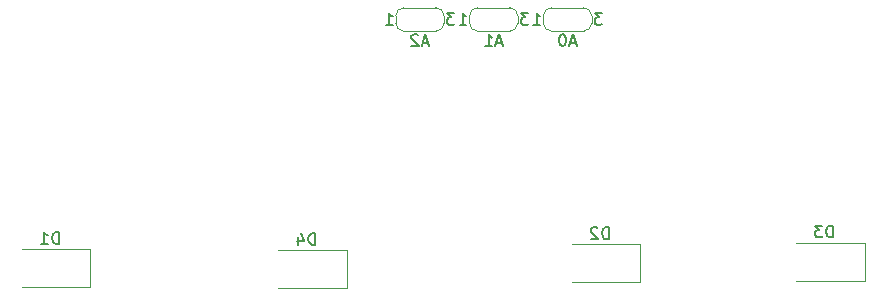
<source format=gbr>
%TF.GenerationSoftware,KiCad,Pcbnew,9.0.3*%
%TF.CreationDate,2025-10-05T15:30:02+02:00*%
%TF.ProjectId,esp32_blinds_controller,65737033-325f-4626-9c69-6e64735f636f,V0.3*%
%TF.SameCoordinates,Original*%
%TF.FileFunction,Legend,Bot*%
%TF.FilePolarity,Positive*%
%FSLAX46Y46*%
G04 Gerber Fmt 4.6, Leading zero omitted, Abs format (unit mm)*
G04 Created by KiCad (PCBNEW 9.0.3) date 2025-10-05 15:30:02*
%MOMM*%
%LPD*%
G01*
G04 APERTURE LIST*
%ADD10C,0.150000*%
%ADD11C,0.120000*%
G04 APERTURE END LIST*
D10*
X165564285Y-85819104D02*
X165088095Y-85819104D01*
X165659523Y-86104819D02*
X165326190Y-85104819D01*
X165326190Y-85104819D02*
X164992857Y-86104819D01*
X164135714Y-86104819D02*
X164707142Y-86104819D01*
X164421428Y-86104819D02*
X164421428Y-85104819D01*
X164421428Y-85104819D02*
X164516666Y-85247676D01*
X164516666Y-85247676D02*
X164611904Y-85342914D01*
X164611904Y-85342914D02*
X164707142Y-85390533D01*
X161964285Y-84304819D02*
X162535713Y-84304819D01*
X162249999Y-84304819D02*
X162249999Y-83304819D01*
X162249999Y-83304819D02*
X162345237Y-83447676D01*
X162345237Y-83447676D02*
X162440475Y-83542914D01*
X162440475Y-83542914D02*
X162535713Y-83590533D01*
X167783332Y-83304819D02*
X167164285Y-83304819D01*
X167164285Y-83304819D02*
X167497618Y-83685771D01*
X167497618Y-83685771D02*
X167354761Y-83685771D01*
X167354761Y-83685771D02*
X167259523Y-83733390D01*
X167259523Y-83733390D02*
X167211904Y-83781009D01*
X167211904Y-83781009D02*
X167164285Y-83876247D01*
X167164285Y-83876247D02*
X167164285Y-84114342D01*
X167164285Y-84114342D02*
X167211904Y-84209580D01*
X167211904Y-84209580D02*
X167259523Y-84257200D01*
X167259523Y-84257200D02*
X167354761Y-84304819D01*
X167354761Y-84304819D02*
X167640475Y-84304819D01*
X167640475Y-84304819D02*
X167735713Y-84257200D01*
X167735713Y-84257200D02*
X167783332Y-84209580D01*
X128038094Y-102854819D02*
X128038094Y-101854819D01*
X128038094Y-101854819D02*
X127799999Y-101854819D01*
X127799999Y-101854819D02*
X127657142Y-101902438D01*
X127657142Y-101902438D02*
X127561904Y-101997676D01*
X127561904Y-101997676D02*
X127514285Y-102092914D01*
X127514285Y-102092914D02*
X127466666Y-102283390D01*
X127466666Y-102283390D02*
X127466666Y-102426247D01*
X127466666Y-102426247D02*
X127514285Y-102616723D01*
X127514285Y-102616723D02*
X127561904Y-102711961D01*
X127561904Y-102711961D02*
X127657142Y-102807200D01*
X127657142Y-102807200D02*
X127799999Y-102854819D01*
X127799999Y-102854819D02*
X128038094Y-102854819D01*
X126514285Y-102854819D02*
X127085713Y-102854819D01*
X126799999Y-102854819D02*
X126799999Y-101854819D01*
X126799999Y-101854819D02*
X126895237Y-101997676D01*
X126895237Y-101997676D02*
X126990475Y-102092914D01*
X126990475Y-102092914D02*
X127085713Y-102140533D01*
X193588094Y-102304819D02*
X193588094Y-101304819D01*
X193588094Y-101304819D02*
X193349999Y-101304819D01*
X193349999Y-101304819D02*
X193207142Y-101352438D01*
X193207142Y-101352438D02*
X193111904Y-101447676D01*
X193111904Y-101447676D02*
X193064285Y-101542914D01*
X193064285Y-101542914D02*
X193016666Y-101733390D01*
X193016666Y-101733390D02*
X193016666Y-101876247D01*
X193016666Y-101876247D02*
X193064285Y-102066723D01*
X193064285Y-102066723D02*
X193111904Y-102161961D01*
X193111904Y-102161961D02*
X193207142Y-102257200D01*
X193207142Y-102257200D02*
X193349999Y-102304819D01*
X193349999Y-102304819D02*
X193588094Y-102304819D01*
X192683332Y-101304819D02*
X192064285Y-101304819D01*
X192064285Y-101304819D02*
X192397618Y-101685771D01*
X192397618Y-101685771D02*
X192254761Y-101685771D01*
X192254761Y-101685771D02*
X192159523Y-101733390D01*
X192159523Y-101733390D02*
X192111904Y-101781009D01*
X192111904Y-101781009D02*
X192064285Y-101876247D01*
X192064285Y-101876247D02*
X192064285Y-102114342D01*
X192064285Y-102114342D02*
X192111904Y-102209580D01*
X192111904Y-102209580D02*
X192159523Y-102257200D01*
X192159523Y-102257200D02*
X192254761Y-102304819D01*
X192254761Y-102304819D02*
X192540475Y-102304819D01*
X192540475Y-102304819D02*
X192635713Y-102257200D01*
X192635713Y-102257200D02*
X192683332Y-102209580D01*
X149738094Y-102954819D02*
X149738094Y-101954819D01*
X149738094Y-101954819D02*
X149499999Y-101954819D01*
X149499999Y-101954819D02*
X149357142Y-102002438D01*
X149357142Y-102002438D02*
X149261904Y-102097676D01*
X149261904Y-102097676D02*
X149214285Y-102192914D01*
X149214285Y-102192914D02*
X149166666Y-102383390D01*
X149166666Y-102383390D02*
X149166666Y-102526247D01*
X149166666Y-102526247D02*
X149214285Y-102716723D01*
X149214285Y-102716723D02*
X149261904Y-102811961D01*
X149261904Y-102811961D02*
X149357142Y-102907200D01*
X149357142Y-102907200D02*
X149499999Y-102954819D01*
X149499999Y-102954819D02*
X149738094Y-102954819D01*
X148309523Y-102288152D02*
X148309523Y-102954819D01*
X148547618Y-101907200D02*
X148785713Y-102621485D01*
X148785713Y-102621485D02*
X148166666Y-102621485D01*
X171814285Y-85819104D02*
X171338095Y-85819104D01*
X171909523Y-86104819D02*
X171576190Y-85104819D01*
X171576190Y-85104819D02*
X171242857Y-86104819D01*
X170719047Y-85104819D02*
X170623809Y-85104819D01*
X170623809Y-85104819D02*
X170528571Y-85152438D01*
X170528571Y-85152438D02*
X170480952Y-85200057D01*
X170480952Y-85200057D02*
X170433333Y-85295295D01*
X170433333Y-85295295D02*
X170385714Y-85485771D01*
X170385714Y-85485771D02*
X170385714Y-85723866D01*
X170385714Y-85723866D02*
X170433333Y-85914342D01*
X170433333Y-85914342D02*
X170480952Y-86009580D01*
X170480952Y-86009580D02*
X170528571Y-86057200D01*
X170528571Y-86057200D02*
X170623809Y-86104819D01*
X170623809Y-86104819D02*
X170719047Y-86104819D01*
X170719047Y-86104819D02*
X170814285Y-86057200D01*
X170814285Y-86057200D02*
X170861904Y-86009580D01*
X170861904Y-86009580D02*
X170909523Y-85914342D01*
X170909523Y-85914342D02*
X170957142Y-85723866D01*
X170957142Y-85723866D02*
X170957142Y-85485771D01*
X170957142Y-85485771D02*
X170909523Y-85295295D01*
X170909523Y-85295295D02*
X170861904Y-85200057D01*
X170861904Y-85200057D02*
X170814285Y-85152438D01*
X170814285Y-85152438D02*
X170719047Y-85104819D01*
X174033332Y-83304819D02*
X173414285Y-83304819D01*
X173414285Y-83304819D02*
X173747618Y-83685771D01*
X173747618Y-83685771D02*
X173604761Y-83685771D01*
X173604761Y-83685771D02*
X173509523Y-83733390D01*
X173509523Y-83733390D02*
X173461904Y-83781009D01*
X173461904Y-83781009D02*
X173414285Y-83876247D01*
X173414285Y-83876247D02*
X173414285Y-84114342D01*
X173414285Y-84114342D02*
X173461904Y-84209580D01*
X173461904Y-84209580D02*
X173509523Y-84257200D01*
X173509523Y-84257200D02*
X173604761Y-84304819D01*
X173604761Y-84304819D02*
X173890475Y-84304819D01*
X173890475Y-84304819D02*
X173985713Y-84257200D01*
X173985713Y-84257200D02*
X174033332Y-84209580D01*
X168214285Y-84304819D02*
X168785713Y-84304819D01*
X168499999Y-84304819D02*
X168499999Y-83304819D01*
X168499999Y-83304819D02*
X168595237Y-83447676D01*
X168595237Y-83447676D02*
X168690475Y-83542914D01*
X168690475Y-83542914D02*
X168785713Y-83590533D01*
X174588094Y-102454819D02*
X174588094Y-101454819D01*
X174588094Y-101454819D02*
X174349999Y-101454819D01*
X174349999Y-101454819D02*
X174207142Y-101502438D01*
X174207142Y-101502438D02*
X174111904Y-101597676D01*
X174111904Y-101597676D02*
X174064285Y-101692914D01*
X174064285Y-101692914D02*
X174016666Y-101883390D01*
X174016666Y-101883390D02*
X174016666Y-102026247D01*
X174016666Y-102026247D02*
X174064285Y-102216723D01*
X174064285Y-102216723D02*
X174111904Y-102311961D01*
X174111904Y-102311961D02*
X174207142Y-102407200D01*
X174207142Y-102407200D02*
X174349999Y-102454819D01*
X174349999Y-102454819D02*
X174588094Y-102454819D01*
X173635713Y-101550057D02*
X173588094Y-101502438D01*
X173588094Y-101502438D02*
X173492856Y-101454819D01*
X173492856Y-101454819D02*
X173254761Y-101454819D01*
X173254761Y-101454819D02*
X173159523Y-101502438D01*
X173159523Y-101502438D02*
X173111904Y-101550057D01*
X173111904Y-101550057D02*
X173064285Y-101645295D01*
X173064285Y-101645295D02*
X173064285Y-101740533D01*
X173064285Y-101740533D02*
X173111904Y-101883390D01*
X173111904Y-101883390D02*
X173683332Y-102454819D01*
X173683332Y-102454819D02*
X173064285Y-102454819D01*
X159314285Y-85819104D02*
X158838095Y-85819104D01*
X159409523Y-86104819D02*
X159076190Y-85104819D01*
X159076190Y-85104819D02*
X158742857Y-86104819D01*
X158457142Y-85200057D02*
X158409523Y-85152438D01*
X158409523Y-85152438D02*
X158314285Y-85104819D01*
X158314285Y-85104819D02*
X158076190Y-85104819D01*
X158076190Y-85104819D02*
X157980952Y-85152438D01*
X157980952Y-85152438D02*
X157933333Y-85200057D01*
X157933333Y-85200057D02*
X157885714Y-85295295D01*
X157885714Y-85295295D02*
X157885714Y-85390533D01*
X157885714Y-85390533D02*
X157933333Y-85533390D01*
X157933333Y-85533390D02*
X158504761Y-86104819D01*
X158504761Y-86104819D02*
X157885714Y-86104819D01*
X155714285Y-84304819D02*
X156285713Y-84304819D01*
X155999999Y-84304819D02*
X155999999Y-83304819D01*
X155999999Y-83304819D02*
X156095237Y-83447676D01*
X156095237Y-83447676D02*
X156190475Y-83542914D01*
X156190475Y-83542914D02*
X156285713Y-83590533D01*
X161533332Y-83304819D02*
X160914285Y-83304819D01*
X160914285Y-83304819D02*
X161247618Y-83685771D01*
X161247618Y-83685771D02*
X161104761Y-83685771D01*
X161104761Y-83685771D02*
X161009523Y-83733390D01*
X161009523Y-83733390D02*
X160961904Y-83781009D01*
X160961904Y-83781009D02*
X160914285Y-83876247D01*
X160914285Y-83876247D02*
X160914285Y-84114342D01*
X160914285Y-84114342D02*
X160961904Y-84209580D01*
X160961904Y-84209580D02*
X161009523Y-84257200D01*
X161009523Y-84257200D02*
X161104761Y-84304819D01*
X161104761Y-84304819D02*
X161390475Y-84304819D01*
X161390475Y-84304819D02*
X161485713Y-84257200D01*
X161485713Y-84257200D02*
X161533332Y-84209580D01*
D11*
%TO.C,A1*%
X162800000Y-84150000D02*
X162800000Y-83550000D01*
X163450000Y-82850000D02*
X166250000Y-82850000D01*
X166250000Y-84850000D02*
X163450000Y-84850000D01*
X166900000Y-83550000D02*
X166900000Y-84150000D01*
X162800000Y-83550000D02*
G75*
G02*
X163500000Y-82850000I699999J1D01*
G01*
X163500000Y-84850000D02*
G75*
G02*
X162800000Y-84150000I-1J699999D01*
G01*
X166200000Y-82850000D02*
G75*
G02*
X166900000Y-83550000I0J-700000D01*
G01*
X166900000Y-84150000D02*
G75*
G02*
X166200000Y-84850000I-700000J0D01*
G01*
%TO.C,D1*%
X124900000Y-106510000D02*
X130710000Y-106510000D01*
X130710000Y-103290000D02*
X124900000Y-103290000D01*
X130710000Y-106510000D02*
X130710000Y-103290000D01*
%TO.C,D3*%
X190450000Y-105960000D02*
X196260000Y-105960000D01*
X196260000Y-102740000D02*
X190450000Y-102740000D01*
X196260000Y-105960000D02*
X196260000Y-102740000D01*
%TO.C,D4*%
X146600000Y-106610000D02*
X152410000Y-106610000D01*
X152410000Y-103390000D02*
X146600000Y-103390000D01*
X152410000Y-106610000D02*
X152410000Y-103390000D01*
%TO.C,A0*%
X169050000Y-84150000D02*
X169050000Y-83550000D01*
X169700000Y-82850000D02*
X172500000Y-82850000D01*
X172500000Y-84850000D02*
X169700000Y-84850000D01*
X173150000Y-83550000D02*
X173150000Y-84150000D01*
X169050000Y-83550000D02*
G75*
G02*
X169750000Y-82850000I699999J1D01*
G01*
X169750000Y-84850000D02*
G75*
G02*
X169050000Y-84150000I-1J699999D01*
G01*
X172450000Y-82850000D02*
G75*
G02*
X173150000Y-83550000I0J-700000D01*
G01*
X173150000Y-84150000D02*
G75*
G02*
X172450000Y-84850000I-700000J0D01*
G01*
%TO.C,D2*%
X171450000Y-106110000D02*
X177260000Y-106110000D01*
X177260000Y-102890000D02*
X171450000Y-102890000D01*
X177260000Y-106110000D02*
X177260000Y-102890000D01*
%TO.C,A2*%
X156550000Y-84150000D02*
X156550000Y-83550000D01*
X157200000Y-82850000D02*
X160000000Y-82850000D01*
X160000000Y-84850000D02*
X157200000Y-84850000D01*
X160650000Y-83550000D02*
X160650000Y-84150000D01*
X156550000Y-83550000D02*
G75*
G02*
X157250000Y-82850000I699999J1D01*
G01*
X157250000Y-84850000D02*
G75*
G02*
X156550000Y-84150000I-1J699999D01*
G01*
X159950000Y-82850000D02*
G75*
G02*
X160650000Y-83550000I0J-700000D01*
G01*
X160650000Y-84150000D02*
G75*
G02*
X159950000Y-84850000I-700000J0D01*
G01*
%TD*%
%LPC*%
G36*
X109994517Y-132232882D02*
G01*
X110011062Y-132243938D01*
X110022118Y-132260483D01*
X110026000Y-132280000D01*
X110026000Y-134880000D01*
X110022118Y-134899517D01*
X110011062Y-134916062D01*
X109994517Y-134927118D01*
X109975000Y-134931000D01*
X107375000Y-134931000D01*
X107355483Y-134927118D01*
X107338938Y-134916062D01*
X107327882Y-134899517D01*
X107324000Y-134880000D01*
X107324000Y-132280000D01*
X107327882Y-132260483D01*
X107338938Y-132243938D01*
X107355483Y-132232882D01*
X107375000Y-132229000D01*
X109975000Y-132229000D01*
X109994517Y-132232882D01*
G37*
G36*
X159994517Y-132232882D02*
G01*
X160011062Y-132243938D01*
X160022118Y-132260483D01*
X160026000Y-132280000D01*
X160026000Y-134880000D01*
X160022118Y-134899517D01*
X160011062Y-134916062D01*
X159994517Y-134927118D01*
X159975000Y-134931000D01*
X157375000Y-134931000D01*
X157355483Y-134927118D01*
X157338938Y-134916062D01*
X157327882Y-134899517D01*
X157324000Y-134880000D01*
X157324000Y-132280000D01*
X157327882Y-132260483D01*
X157338938Y-132243938D01*
X157355483Y-132232882D01*
X157375000Y-132229000D01*
X159975000Y-132229000D01*
X159994517Y-132232882D01*
G37*
G36*
X113990385Y-132266328D02*
G01*
X114192005Y-132331839D01*
X114380896Y-132428083D01*
X114552404Y-132552692D01*
X114702308Y-132702596D01*
X114826917Y-132874104D01*
X114923161Y-133062995D01*
X114988672Y-133264615D01*
X115021835Y-133474002D01*
X115021835Y-133685998D01*
X114988672Y-133895385D01*
X114923161Y-134097005D01*
X114826917Y-134285896D01*
X114702308Y-134457404D01*
X114552404Y-134607308D01*
X114380896Y-134731917D01*
X114192005Y-134828161D01*
X113990385Y-134893672D01*
X113780998Y-134926835D01*
X113569002Y-134926835D01*
X113359615Y-134893672D01*
X113157995Y-134828161D01*
X112969104Y-134731917D01*
X112797596Y-134607308D01*
X112647692Y-134457404D01*
X112523083Y-134285896D01*
X112426839Y-134097005D01*
X112361328Y-133895385D01*
X112328165Y-133685998D01*
X112328165Y-133474002D01*
X112361328Y-133264615D01*
X112426839Y-133062995D01*
X112523083Y-132874104D01*
X112647692Y-132702596D01*
X112797596Y-132552692D01*
X112969104Y-132428083D01*
X113157995Y-132331839D01*
X113359615Y-132266328D01*
X113569002Y-132233165D01*
X113780998Y-132233165D01*
X113990385Y-132266328D01*
G37*
G36*
X118990385Y-132266328D02*
G01*
X119192005Y-132331839D01*
X119380896Y-132428083D01*
X119552404Y-132552692D01*
X119702308Y-132702596D01*
X119826917Y-132874104D01*
X119923161Y-133062995D01*
X119988672Y-133264615D01*
X120021835Y-133474002D01*
X120021835Y-133685998D01*
X119988672Y-133895385D01*
X119923161Y-134097005D01*
X119826917Y-134285896D01*
X119702308Y-134457404D01*
X119552404Y-134607308D01*
X119380896Y-134731917D01*
X119192005Y-134828161D01*
X118990385Y-134893672D01*
X118780998Y-134926835D01*
X118569002Y-134926835D01*
X118359615Y-134893672D01*
X118157995Y-134828161D01*
X117969104Y-134731917D01*
X117797596Y-134607308D01*
X117647692Y-134457404D01*
X117523083Y-134285896D01*
X117426839Y-134097005D01*
X117361328Y-133895385D01*
X117328165Y-133685998D01*
X117328165Y-133474002D01*
X117361328Y-133264615D01*
X117426839Y-133062995D01*
X117523083Y-132874104D01*
X117647692Y-132702596D01*
X117797596Y-132552692D01*
X117969104Y-132428083D01*
X118157995Y-132331839D01*
X118359615Y-132266328D01*
X118569002Y-132233165D01*
X118780998Y-132233165D01*
X118990385Y-132266328D01*
G37*
G36*
X123990385Y-132266328D02*
G01*
X124192005Y-132331839D01*
X124380896Y-132428083D01*
X124552404Y-132552692D01*
X124702308Y-132702596D01*
X124826917Y-132874104D01*
X124923161Y-133062995D01*
X124988672Y-133264615D01*
X125021835Y-133474002D01*
X125021835Y-133685998D01*
X124988672Y-133895385D01*
X124923161Y-134097005D01*
X124826917Y-134285896D01*
X124702308Y-134457404D01*
X124552404Y-134607308D01*
X124380896Y-134731917D01*
X124192005Y-134828161D01*
X123990385Y-134893672D01*
X123780998Y-134926835D01*
X123569002Y-134926835D01*
X123359615Y-134893672D01*
X123157995Y-134828161D01*
X122969104Y-134731917D01*
X122797596Y-134607308D01*
X122647692Y-134457404D01*
X122523083Y-134285896D01*
X122426839Y-134097005D01*
X122361328Y-133895385D01*
X122328165Y-133685998D01*
X122328165Y-133474002D01*
X122361328Y-133264615D01*
X122426839Y-133062995D01*
X122523083Y-132874104D01*
X122647692Y-132702596D01*
X122797596Y-132552692D01*
X122969104Y-132428083D01*
X123157995Y-132331839D01*
X123359615Y-132266328D01*
X123569002Y-132233165D01*
X123780998Y-132233165D01*
X123990385Y-132266328D01*
G37*
G36*
X128990385Y-132266328D02*
G01*
X129192005Y-132331839D01*
X129380896Y-132428083D01*
X129552404Y-132552692D01*
X129702308Y-132702596D01*
X129826917Y-132874104D01*
X129923161Y-133062995D01*
X129988672Y-133264615D01*
X130021835Y-133474002D01*
X130021835Y-133685998D01*
X129988672Y-133895385D01*
X129923161Y-134097005D01*
X129826917Y-134285896D01*
X129702308Y-134457404D01*
X129552404Y-134607308D01*
X129380896Y-134731917D01*
X129192005Y-134828161D01*
X128990385Y-134893672D01*
X128780998Y-134926835D01*
X128569002Y-134926835D01*
X128359615Y-134893672D01*
X128157995Y-134828161D01*
X127969104Y-134731917D01*
X127797596Y-134607308D01*
X127647692Y-134457404D01*
X127523083Y-134285896D01*
X127426839Y-134097005D01*
X127361328Y-133895385D01*
X127328165Y-133685998D01*
X127328165Y-133474002D01*
X127361328Y-133264615D01*
X127426839Y-133062995D01*
X127523083Y-132874104D01*
X127647692Y-132702596D01*
X127797596Y-132552692D01*
X127969104Y-132428083D01*
X128157995Y-132331839D01*
X128359615Y-132266328D01*
X128569002Y-132233165D01*
X128780998Y-132233165D01*
X128990385Y-132266328D01*
G37*
G36*
X133990385Y-132266328D02*
G01*
X134192005Y-132331839D01*
X134380896Y-132428083D01*
X134552404Y-132552692D01*
X134702308Y-132702596D01*
X134826917Y-132874104D01*
X134923161Y-133062995D01*
X134988672Y-133264615D01*
X135021835Y-133474002D01*
X135021835Y-133685998D01*
X134988672Y-133895385D01*
X134923161Y-134097005D01*
X134826917Y-134285896D01*
X134702308Y-134457404D01*
X134552404Y-134607308D01*
X134380896Y-134731917D01*
X134192005Y-134828161D01*
X133990385Y-134893672D01*
X133780998Y-134926835D01*
X133569002Y-134926835D01*
X133359615Y-134893672D01*
X133157995Y-134828161D01*
X132969104Y-134731917D01*
X132797596Y-134607308D01*
X132647692Y-134457404D01*
X132523083Y-134285896D01*
X132426839Y-134097005D01*
X132361328Y-133895385D01*
X132328165Y-133685998D01*
X132328165Y-133474002D01*
X132361328Y-133264615D01*
X132426839Y-133062995D01*
X132523083Y-132874104D01*
X132647692Y-132702596D01*
X132797596Y-132552692D01*
X132969104Y-132428083D01*
X133157995Y-132331839D01*
X133359615Y-132266328D01*
X133569002Y-132233165D01*
X133780998Y-132233165D01*
X133990385Y-132266328D01*
G37*
G36*
X138990385Y-132266328D02*
G01*
X139192005Y-132331839D01*
X139380896Y-132428083D01*
X139552404Y-132552692D01*
X139702308Y-132702596D01*
X139826917Y-132874104D01*
X139923161Y-133062995D01*
X139988672Y-133264615D01*
X140021835Y-133474002D01*
X140021835Y-133685998D01*
X139988672Y-133895385D01*
X139923161Y-134097005D01*
X139826917Y-134285896D01*
X139702308Y-134457404D01*
X139552404Y-134607308D01*
X139380896Y-134731917D01*
X139192005Y-134828161D01*
X138990385Y-134893672D01*
X138780998Y-134926835D01*
X138569002Y-134926835D01*
X138359615Y-134893672D01*
X138157995Y-134828161D01*
X137969104Y-134731917D01*
X137797596Y-134607308D01*
X137647692Y-134457404D01*
X137523083Y-134285896D01*
X137426839Y-134097005D01*
X137361328Y-133895385D01*
X137328165Y-133685998D01*
X137328165Y-133474002D01*
X137361328Y-133264615D01*
X137426839Y-133062995D01*
X137523083Y-132874104D01*
X137647692Y-132702596D01*
X137797596Y-132552692D01*
X137969104Y-132428083D01*
X138157995Y-132331839D01*
X138359615Y-132266328D01*
X138569002Y-132233165D01*
X138780998Y-132233165D01*
X138990385Y-132266328D01*
G37*
G36*
X143990385Y-132266328D02*
G01*
X144192005Y-132331839D01*
X144380896Y-132428083D01*
X144552404Y-132552692D01*
X144702308Y-132702596D01*
X144826917Y-132874104D01*
X144923161Y-133062995D01*
X144988672Y-133264615D01*
X145021835Y-133474002D01*
X145021835Y-133685998D01*
X144988672Y-133895385D01*
X144923161Y-134097005D01*
X144826917Y-134285896D01*
X144702308Y-134457404D01*
X144552404Y-134607308D01*
X144380896Y-134731917D01*
X144192005Y-134828161D01*
X143990385Y-134893672D01*
X143780998Y-134926835D01*
X143569002Y-134926835D01*
X143359615Y-134893672D01*
X143157995Y-134828161D01*
X142969104Y-134731917D01*
X142797596Y-134607308D01*
X142647692Y-134457404D01*
X142523083Y-134285896D01*
X142426839Y-134097005D01*
X142361328Y-133895385D01*
X142328165Y-133685998D01*
X142328165Y-133474002D01*
X142361328Y-133264615D01*
X142426839Y-133062995D01*
X142523083Y-132874104D01*
X142647692Y-132702596D01*
X142797596Y-132552692D01*
X142969104Y-132428083D01*
X143157995Y-132331839D01*
X143359615Y-132266328D01*
X143569002Y-132233165D01*
X143780998Y-132233165D01*
X143990385Y-132266328D01*
G37*
G36*
X163990385Y-132266328D02*
G01*
X164192005Y-132331839D01*
X164380896Y-132428083D01*
X164552404Y-132552692D01*
X164702308Y-132702596D01*
X164826917Y-132874104D01*
X164923161Y-133062995D01*
X164988672Y-133264615D01*
X165021835Y-133474002D01*
X165021835Y-133685998D01*
X164988672Y-133895385D01*
X164923161Y-134097005D01*
X164826917Y-134285896D01*
X164702308Y-134457404D01*
X164552404Y-134607308D01*
X164380896Y-134731917D01*
X164192005Y-134828161D01*
X163990385Y-134893672D01*
X163780998Y-134926835D01*
X163569002Y-134926835D01*
X163359615Y-134893672D01*
X163157995Y-134828161D01*
X162969104Y-134731917D01*
X162797596Y-134607308D01*
X162647692Y-134457404D01*
X162523083Y-134285896D01*
X162426839Y-134097005D01*
X162361328Y-133895385D01*
X162328165Y-133685998D01*
X162328165Y-133474002D01*
X162361328Y-133264615D01*
X162426839Y-133062995D01*
X162523083Y-132874104D01*
X162647692Y-132702596D01*
X162797596Y-132552692D01*
X162969104Y-132428083D01*
X163157995Y-132331839D01*
X163359615Y-132266328D01*
X163569002Y-132233165D01*
X163780998Y-132233165D01*
X163990385Y-132266328D01*
G37*
G36*
X168990385Y-132266328D02*
G01*
X169192005Y-132331839D01*
X169380896Y-132428083D01*
X169552404Y-132552692D01*
X169702308Y-132702596D01*
X169826917Y-132874104D01*
X169923161Y-133062995D01*
X169988672Y-133264615D01*
X170021835Y-133474002D01*
X170021835Y-133685998D01*
X169988672Y-133895385D01*
X169923161Y-134097005D01*
X169826917Y-134285896D01*
X169702308Y-134457404D01*
X169552404Y-134607308D01*
X169380896Y-134731917D01*
X169192005Y-134828161D01*
X168990385Y-134893672D01*
X168780998Y-134926835D01*
X168569002Y-134926835D01*
X168359615Y-134893672D01*
X168157995Y-134828161D01*
X167969104Y-134731917D01*
X167797596Y-134607308D01*
X167647692Y-134457404D01*
X167523083Y-134285896D01*
X167426839Y-134097005D01*
X167361328Y-133895385D01*
X167328165Y-133685998D01*
X167328165Y-133474002D01*
X167361328Y-133264615D01*
X167426839Y-133062995D01*
X167523083Y-132874104D01*
X167647692Y-132702596D01*
X167797596Y-132552692D01*
X167969104Y-132428083D01*
X168157995Y-132331839D01*
X168359615Y-132266328D01*
X168569002Y-132233165D01*
X168780998Y-132233165D01*
X168990385Y-132266328D01*
G37*
G36*
X173990385Y-132266328D02*
G01*
X174192005Y-132331839D01*
X174380896Y-132428083D01*
X174552404Y-132552692D01*
X174702308Y-132702596D01*
X174826917Y-132874104D01*
X174923161Y-133062995D01*
X174988672Y-133264615D01*
X175021835Y-133474002D01*
X175021835Y-133685998D01*
X174988672Y-133895385D01*
X174923161Y-134097005D01*
X174826917Y-134285896D01*
X174702308Y-134457404D01*
X174552404Y-134607308D01*
X174380896Y-134731917D01*
X174192005Y-134828161D01*
X173990385Y-134893672D01*
X173780998Y-134926835D01*
X173569002Y-134926835D01*
X173359615Y-134893672D01*
X173157995Y-134828161D01*
X172969104Y-134731917D01*
X172797596Y-134607308D01*
X172647692Y-134457404D01*
X172523083Y-134285896D01*
X172426839Y-134097005D01*
X172361328Y-133895385D01*
X172328165Y-133685998D01*
X172328165Y-133474002D01*
X172361328Y-133264615D01*
X172426839Y-133062995D01*
X172523083Y-132874104D01*
X172647692Y-132702596D01*
X172797596Y-132552692D01*
X172969104Y-132428083D01*
X173157995Y-132331839D01*
X173359615Y-132266328D01*
X173569002Y-132233165D01*
X173780998Y-132233165D01*
X173990385Y-132266328D01*
G37*
G36*
X178990385Y-132266328D02*
G01*
X179192005Y-132331839D01*
X179380896Y-132428083D01*
X179552404Y-132552692D01*
X179702308Y-132702596D01*
X179826917Y-132874104D01*
X179923161Y-133062995D01*
X179988672Y-133264615D01*
X180021835Y-133474002D01*
X180021835Y-133685998D01*
X179988672Y-133895385D01*
X179923161Y-134097005D01*
X179826917Y-134285896D01*
X179702308Y-134457404D01*
X179552404Y-134607308D01*
X179380896Y-134731917D01*
X179192005Y-134828161D01*
X178990385Y-134893672D01*
X178780998Y-134926835D01*
X178569002Y-134926835D01*
X178359615Y-134893672D01*
X178157995Y-134828161D01*
X177969104Y-134731917D01*
X177797596Y-134607308D01*
X177647692Y-134457404D01*
X177523083Y-134285896D01*
X177426839Y-134097005D01*
X177361328Y-133895385D01*
X177328165Y-133685998D01*
X177328165Y-133474002D01*
X177361328Y-133264615D01*
X177426839Y-133062995D01*
X177523083Y-132874104D01*
X177647692Y-132702596D01*
X177797596Y-132552692D01*
X177969104Y-132428083D01*
X178157995Y-132331839D01*
X178359615Y-132266328D01*
X178569002Y-132233165D01*
X178780998Y-132233165D01*
X178990385Y-132266328D01*
G37*
G36*
X183990385Y-132266328D02*
G01*
X184192005Y-132331839D01*
X184380896Y-132428083D01*
X184552404Y-132552692D01*
X184702308Y-132702596D01*
X184826917Y-132874104D01*
X184923161Y-133062995D01*
X184988672Y-133264615D01*
X185021835Y-133474002D01*
X185021835Y-133685998D01*
X184988672Y-133895385D01*
X184923161Y-134097005D01*
X184826917Y-134285896D01*
X184702308Y-134457404D01*
X184552404Y-134607308D01*
X184380896Y-134731917D01*
X184192005Y-134828161D01*
X183990385Y-134893672D01*
X183780998Y-134926835D01*
X183569002Y-134926835D01*
X183359615Y-134893672D01*
X183157995Y-134828161D01*
X182969104Y-134731917D01*
X182797596Y-134607308D01*
X182647692Y-134457404D01*
X182523083Y-134285896D01*
X182426839Y-134097005D01*
X182361328Y-133895385D01*
X182328165Y-133685998D01*
X182328165Y-133474002D01*
X182361328Y-133264615D01*
X182426839Y-133062995D01*
X182523083Y-132874104D01*
X182647692Y-132702596D01*
X182797596Y-132552692D01*
X182969104Y-132428083D01*
X183157995Y-132331839D01*
X183359615Y-132266328D01*
X183569002Y-132233165D01*
X183780998Y-132233165D01*
X183990385Y-132266328D01*
G37*
G36*
X188990385Y-132266328D02*
G01*
X189192005Y-132331839D01*
X189380896Y-132428083D01*
X189552404Y-132552692D01*
X189702308Y-132702596D01*
X189826917Y-132874104D01*
X189923161Y-133062995D01*
X189988672Y-133264615D01*
X190021835Y-133474002D01*
X190021835Y-133685998D01*
X189988672Y-133895385D01*
X189923161Y-134097005D01*
X189826917Y-134285896D01*
X189702308Y-134457404D01*
X189552404Y-134607308D01*
X189380896Y-134731917D01*
X189192005Y-134828161D01*
X188990385Y-134893672D01*
X188780998Y-134926835D01*
X188569002Y-134926835D01*
X188359615Y-134893672D01*
X188157995Y-134828161D01*
X187969104Y-134731917D01*
X187797596Y-134607308D01*
X187647692Y-134457404D01*
X187523083Y-134285896D01*
X187426839Y-134097005D01*
X187361328Y-133895385D01*
X187328165Y-133685998D01*
X187328165Y-133474002D01*
X187361328Y-133264615D01*
X187426839Y-133062995D01*
X187523083Y-132874104D01*
X187647692Y-132702596D01*
X187797596Y-132552692D01*
X187969104Y-132428083D01*
X188157995Y-132331839D01*
X188359615Y-132266328D01*
X188569002Y-132233165D01*
X188780998Y-132233165D01*
X188990385Y-132266328D01*
G37*
G36*
X193990385Y-132266328D02*
G01*
X194192005Y-132331839D01*
X194380896Y-132428083D01*
X194552404Y-132552692D01*
X194702308Y-132702596D01*
X194826917Y-132874104D01*
X194923161Y-133062995D01*
X194988672Y-133264615D01*
X195021835Y-133474002D01*
X195021835Y-133685998D01*
X194988672Y-133895385D01*
X194923161Y-134097005D01*
X194826917Y-134285896D01*
X194702308Y-134457404D01*
X194552404Y-134607308D01*
X194380896Y-134731917D01*
X194192005Y-134828161D01*
X193990385Y-134893672D01*
X193780998Y-134926835D01*
X193569002Y-134926835D01*
X193359615Y-134893672D01*
X193157995Y-134828161D01*
X192969104Y-134731917D01*
X192797596Y-134607308D01*
X192647692Y-134457404D01*
X192523083Y-134285896D01*
X192426839Y-134097005D01*
X192361328Y-133895385D01*
X192328165Y-133685998D01*
X192328165Y-133474002D01*
X192361328Y-133264615D01*
X192426839Y-133062995D01*
X192523083Y-132874104D01*
X192647692Y-132702596D01*
X192797596Y-132552692D01*
X192969104Y-132428083D01*
X193157995Y-132331839D01*
X193359615Y-132266328D01*
X193569002Y-132233165D01*
X193780998Y-132233165D01*
X193990385Y-132266328D01*
G37*
G36*
X105561061Y-119792108D02*
G01*
X105894625Y-119868241D01*
X106217567Y-119981244D01*
X106525826Y-120129693D01*
X106815526Y-120311724D01*
X107083023Y-120525046D01*
X107324954Y-120766977D01*
X107538276Y-121034474D01*
X107720307Y-121324174D01*
X107868756Y-121632433D01*
X107981759Y-121955375D01*
X108057892Y-122288939D01*
X108096200Y-122628929D01*
X108096200Y-122971071D01*
X108057892Y-123311061D01*
X107981759Y-123644625D01*
X107868756Y-123967567D01*
X107720307Y-124275826D01*
X107538276Y-124565526D01*
X107324954Y-124833023D01*
X107083023Y-125074954D01*
X106815526Y-125288276D01*
X106525826Y-125470307D01*
X106217567Y-125618756D01*
X105894625Y-125731759D01*
X105561061Y-125807892D01*
X105221071Y-125846200D01*
X104878929Y-125846200D01*
X104538939Y-125807892D01*
X104205375Y-125731759D01*
X103882433Y-125618756D01*
X103574174Y-125470307D01*
X103284474Y-125288276D01*
X103016977Y-125074954D01*
X102775046Y-124833023D01*
X102561724Y-124565526D01*
X102379693Y-124275826D01*
X102231244Y-123967567D01*
X102118241Y-123644625D01*
X102042108Y-123311061D01*
X102003800Y-122971071D01*
X102003800Y-122628929D01*
X102042108Y-122288939D01*
X102118241Y-121955375D01*
X102231244Y-121632433D01*
X102379693Y-121324174D01*
X102561724Y-121034474D01*
X102775046Y-120766977D01*
X103016977Y-120525046D01*
X103284474Y-120311724D01*
X103574174Y-120129693D01*
X103882433Y-119981244D01*
X104205375Y-119868241D01*
X104538939Y-119792108D01*
X104878929Y-119753800D01*
X105221071Y-119753800D01*
X105561061Y-119792108D01*
G37*
G36*
X197811061Y-119792108D02*
G01*
X198144625Y-119868241D01*
X198467567Y-119981244D01*
X198775826Y-120129693D01*
X199065526Y-120311724D01*
X199333023Y-120525046D01*
X199574954Y-120766977D01*
X199788276Y-121034474D01*
X199970307Y-121324174D01*
X200118756Y-121632433D01*
X200231759Y-121955375D01*
X200307892Y-122288939D01*
X200346200Y-122628929D01*
X200346200Y-122971071D01*
X200307892Y-123311061D01*
X200231759Y-123644625D01*
X200118756Y-123967567D01*
X199970307Y-124275826D01*
X199788276Y-124565526D01*
X199574954Y-124833023D01*
X199333023Y-125074954D01*
X199065526Y-125288276D01*
X198775826Y-125470307D01*
X198467567Y-125618756D01*
X198144625Y-125731759D01*
X197811061Y-125807892D01*
X197471071Y-125846200D01*
X197128929Y-125846200D01*
X196788939Y-125807892D01*
X196455375Y-125731759D01*
X196132433Y-125618756D01*
X195824174Y-125470307D01*
X195534474Y-125288276D01*
X195266977Y-125074954D01*
X195025046Y-124833023D01*
X194811724Y-124565526D01*
X194629693Y-124275826D01*
X194481244Y-123967567D01*
X194368241Y-123644625D01*
X194292108Y-123311061D01*
X194253800Y-122971071D01*
X194253800Y-122628929D01*
X194292108Y-122288939D01*
X194368241Y-121955375D01*
X194481244Y-121632433D01*
X194629693Y-121324174D01*
X194811724Y-121034474D01*
X195025046Y-120766977D01*
X195266977Y-120525046D01*
X195534474Y-120311724D01*
X195824174Y-120129693D01*
X196132433Y-119981244D01*
X196455375Y-119868241D01*
X196788939Y-119792108D01*
X197128929Y-119753800D01*
X197471071Y-119753800D01*
X197811061Y-119792108D01*
G37*
G36*
X112703712Y-120557447D02*
G01*
X112897871Y-120620533D01*
X113079771Y-120713215D01*
X113244932Y-120833212D01*
X113389288Y-120977568D01*
X113509285Y-121142729D01*
X113601967Y-121324629D01*
X113665053Y-121518788D01*
X113696989Y-121720425D01*
X113696989Y-121924575D01*
X113665053Y-122126212D01*
X113601967Y-122320371D01*
X113509285Y-122502271D01*
X113389288Y-122667432D01*
X113244932Y-122811788D01*
X113079771Y-122931785D01*
X112897871Y-123024467D01*
X112703712Y-123087553D01*
X112502075Y-123119489D01*
X112297925Y-123119489D01*
X112096288Y-123087553D01*
X111902129Y-123024467D01*
X111720229Y-122931785D01*
X111555068Y-122811788D01*
X111410712Y-122667432D01*
X111290715Y-122502271D01*
X111198033Y-122320371D01*
X111134947Y-122126212D01*
X111103011Y-121924575D01*
X111103011Y-121720425D01*
X111134947Y-121518788D01*
X111198033Y-121324629D01*
X111290715Y-121142729D01*
X111410712Y-120977568D01*
X111555068Y-120833212D01*
X111720229Y-120713215D01*
X111902129Y-120620533D01*
X112096288Y-120557447D01*
X112297925Y-120525511D01*
X112502075Y-120525511D01*
X112703712Y-120557447D01*
G37*
G36*
X124703712Y-120557447D02*
G01*
X124897871Y-120620533D01*
X125079771Y-120713215D01*
X125244932Y-120833212D01*
X125389288Y-120977568D01*
X125509285Y-121142729D01*
X125601967Y-121324629D01*
X125665053Y-121518788D01*
X125696989Y-121720425D01*
X125696989Y-121924575D01*
X125665053Y-122126212D01*
X125601967Y-122320371D01*
X125509285Y-122502271D01*
X125389288Y-122667432D01*
X125244932Y-122811788D01*
X125079771Y-122931785D01*
X124897871Y-123024467D01*
X124703712Y-123087553D01*
X124502075Y-123119489D01*
X124297925Y-123119489D01*
X124096288Y-123087553D01*
X123902129Y-123024467D01*
X123720229Y-122931785D01*
X123555068Y-122811788D01*
X123410712Y-122667432D01*
X123290715Y-122502271D01*
X123198033Y-122320371D01*
X123134947Y-122126212D01*
X123103011Y-121924575D01*
X123103011Y-121720425D01*
X123134947Y-121518788D01*
X123198033Y-121324629D01*
X123290715Y-121142729D01*
X123410712Y-120977568D01*
X123555068Y-120833212D01*
X123720229Y-120713215D01*
X123902129Y-120620533D01*
X124096288Y-120557447D01*
X124297925Y-120525511D01*
X124502075Y-120525511D01*
X124703712Y-120557447D01*
G37*
G36*
X131603712Y-120557447D02*
G01*
X131797871Y-120620533D01*
X131979771Y-120713215D01*
X132144932Y-120833212D01*
X132289288Y-120977568D01*
X132409285Y-121142729D01*
X132501967Y-121324629D01*
X132565053Y-121518788D01*
X132596989Y-121720425D01*
X132596989Y-121924575D01*
X132565053Y-122126212D01*
X132501967Y-122320371D01*
X132409285Y-122502271D01*
X132289288Y-122667432D01*
X132144932Y-122811788D01*
X131979771Y-122931785D01*
X131797871Y-123024467D01*
X131603712Y-123087553D01*
X131402075Y-123119489D01*
X131197925Y-123119489D01*
X130996288Y-123087553D01*
X130802129Y-123024467D01*
X130620229Y-122931785D01*
X130455068Y-122811788D01*
X130310712Y-122667432D01*
X130190715Y-122502271D01*
X130098033Y-122320371D01*
X130034947Y-122126212D01*
X130003011Y-121924575D01*
X130003011Y-121720425D01*
X130034947Y-121518788D01*
X130098033Y-121324629D01*
X130190715Y-121142729D01*
X130310712Y-120977568D01*
X130455068Y-120833212D01*
X130620229Y-120713215D01*
X130802129Y-120620533D01*
X130996288Y-120557447D01*
X131197925Y-120525511D01*
X131402075Y-120525511D01*
X131603712Y-120557447D01*
G37*
G36*
X143603712Y-120557447D02*
G01*
X143797871Y-120620533D01*
X143979771Y-120713215D01*
X144144932Y-120833212D01*
X144289288Y-120977568D01*
X144409285Y-121142729D01*
X144501967Y-121324629D01*
X144565053Y-121518788D01*
X144596989Y-121720425D01*
X144596989Y-121924575D01*
X144565053Y-122126212D01*
X144501967Y-122320371D01*
X144409285Y-122502271D01*
X144289288Y-122667432D01*
X144144932Y-122811788D01*
X143979771Y-122931785D01*
X143797871Y-123024467D01*
X143603712Y-123087553D01*
X143402075Y-123119489D01*
X143197925Y-123119489D01*
X142996288Y-123087553D01*
X142802129Y-123024467D01*
X142620229Y-122931785D01*
X142455068Y-122811788D01*
X142310712Y-122667432D01*
X142190715Y-122502271D01*
X142098033Y-122320371D01*
X142034947Y-122126212D01*
X142003011Y-121924575D01*
X142003011Y-121720425D01*
X142034947Y-121518788D01*
X142098033Y-121324629D01*
X142190715Y-121142729D01*
X142310712Y-120977568D01*
X142455068Y-120833212D01*
X142620229Y-120713215D01*
X142802129Y-120620533D01*
X142996288Y-120557447D01*
X143197925Y-120525511D01*
X143402075Y-120525511D01*
X143603712Y-120557447D01*
G37*
G36*
X159103712Y-120557447D02*
G01*
X159297871Y-120620533D01*
X159479771Y-120713215D01*
X159644932Y-120833212D01*
X159789288Y-120977568D01*
X159909285Y-121142729D01*
X160001967Y-121324629D01*
X160065053Y-121518788D01*
X160096989Y-121720425D01*
X160096989Y-121924575D01*
X160065053Y-122126212D01*
X160001967Y-122320371D01*
X159909285Y-122502271D01*
X159789288Y-122667432D01*
X159644932Y-122811788D01*
X159479771Y-122931785D01*
X159297871Y-123024467D01*
X159103712Y-123087553D01*
X158902075Y-123119489D01*
X158697925Y-123119489D01*
X158496288Y-123087553D01*
X158302129Y-123024467D01*
X158120229Y-122931785D01*
X157955068Y-122811788D01*
X157810712Y-122667432D01*
X157690715Y-122502271D01*
X157598033Y-122320371D01*
X157534947Y-122126212D01*
X157503011Y-121924575D01*
X157503011Y-121720425D01*
X157534947Y-121518788D01*
X157598033Y-121324629D01*
X157690715Y-121142729D01*
X157810712Y-120977568D01*
X157955068Y-120833212D01*
X158120229Y-120713215D01*
X158302129Y-120620533D01*
X158496288Y-120557447D01*
X158697925Y-120525511D01*
X158902075Y-120525511D01*
X159103712Y-120557447D01*
G37*
G36*
X171103712Y-120557447D02*
G01*
X171297871Y-120620533D01*
X171479771Y-120713215D01*
X171644932Y-120833212D01*
X171789288Y-120977568D01*
X171909285Y-121142729D01*
X172001967Y-121324629D01*
X172065053Y-121518788D01*
X172096989Y-121720425D01*
X172096989Y-121924575D01*
X172065053Y-122126212D01*
X172001967Y-122320371D01*
X171909285Y-122502271D01*
X171789288Y-122667432D01*
X171644932Y-122811788D01*
X171479771Y-122931785D01*
X171297871Y-123024467D01*
X171103712Y-123087553D01*
X170902075Y-123119489D01*
X170697925Y-123119489D01*
X170496288Y-123087553D01*
X170302129Y-123024467D01*
X170120229Y-122931785D01*
X169955068Y-122811788D01*
X169810712Y-122667432D01*
X169690715Y-122502271D01*
X169598033Y-122320371D01*
X169534947Y-122126212D01*
X169503011Y-121924575D01*
X169503011Y-121720425D01*
X169534947Y-121518788D01*
X169598033Y-121324629D01*
X169690715Y-121142729D01*
X169810712Y-120977568D01*
X169955068Y-120833212D01*
X170120229Y-120713215D01*
X170302129Y-120620533D01*
X170496288Y-120557447D01*
X170697925Y-120525511D01*
X170902075Y-120525511D01*
X171103712Y-120557447D01*
G37*
G36*
X178153712Y-120557447D02*
G01*
X178347871Y-120620533D01*
X178529771Y-120713215D01*
X178694932Y-120833212D01*
X178839288Y-120977568D01*
X178959285Y-121142729D01*
X179051967Y-121324629D01*
X179115053Y-121518788D01*
X179146989Y-121720425D01*
X179146989Y-121924575D01*
X179115053Y-122126212D01*
X179051967Y-122320371D01*
X178959285Y-122502271D01*
X178839288Y-122667432D01*
X178694932Y-122811788D01*
X178529771Y-122931785D01*
X178347871Y-123024467D01*
X178153712Y-123087553D01*
X177952075Y-123119489D01*
X177747925Y-123119489D01*
X177546288Y-123087553D01*
X177352129Y-123024467D01*
X177170229Y-122931785D01*
X177005068Y-122811788D01*
X176860712Y-122667432D01*
X176740715Y-122502271D01*
X176648033Y-122320371D01*
X176584947Y-122126212D01*
X176553011Y-121924575D01*
X176553011Y-121720425D01*
X176584947Y-121518788D01*
X176648033Y-121324629D01*
X176740715Y-121142729D01*
X176860712Y-120977568D01*
X177005068Y-120833212D01*
X177170229Y-120713215D01*
X177352129Y-120620533D01*
X177546288Y-120557447D01*
X177747925Y-120525511D01*
X177952075Y-120525511D01*
X178153712Y-120557447D01*
G37*
G36*
X190153712Y-120557447D02*
G01*
X190347871Y-120620533D01*
X190529771Y-120713215D01*
X190694932Y-120833212D01*
X190839288Y-120977568D01*
X190959285Y-121142729D01*
X191051967Y-121324629D01*
X191115053Y-121518788D01*
X191146989Y-121720425D01*
X191146989Y-121924575D01*
X191115053Y-122126212D01*
X191051967Y-122320371D01*
X190959285Y-122502271D01*
X190839288Y-122667432D01*
X190694932Y-122811788D01*
X190529771Y-122931785D01*
X190347871Y-123024467D01*
X190153712Y-123087553D01*
X189952075Y-123119489D01*
X189747925Y-123119489D01*
X189546288Y-123087553D01*
X189352129Y-123024467D01*
X189170229Y-122931785D01*
X189005068Y-122811788D01*
X188860712Y-122667432D01*
X188740715Y-122502271D01*
X188648033Y-122320371D01*
X188584947Y-122126212D01*
X188553011Y-121924575D01*
X188553011Y-121720425D01*
X188584947Y-121518788D01*
X188648033Y-121324629D01*
X188740715Y-121142729D01*
X188860712Y-120977568D01*
X189005068Y-120833212D01*
X189170229Y-120713215D01*
X189352129Y-120620533D01*
X189546288Y-120557447D01*
X189747925Y-120525511D01*
X189952075Y-120525511D01*
X190153712Y-120557447D01*
G37*
G36*
X112703712Y-108357447D02*
G01*
X112897871Y-108420533D01*
X113079771Y-108513215D01*
X113244932Y-108633212D01*
X113389288Y-108777568D01*
X113509285Y-108942729D01*
X113601967Y-109124629D01*
X113665053Y-109318788D01*
X113696989Y-109520425D01*
X113696989Y-109724575D01*
X113665053Y-109926212D01*
X113601967Y-110120371D01*
X113509285Y-110302271D01*
X113389288Y-110467432D01*
X113244932Y-110611788D01*
X113079771Y-110731785D01*
X112897871Y-110824467D01*
X112703712Y-110887553D01*
X112502075Y-110919489D01*
X112297925Y-110919489D01*
X112096288Y-110887553D01*
X111902129Y-110824467D01*
X111720229Y-110731785D01*
X111555068Y-110611788D01*
X111410712Y-110467432D01*
X111290715Y-110302271D01*
X111198033Y-110120371D01*
X111134947Y-109926212D01*
X111103011Y-109724575D01*
X111103011Y-109520425D01*
X111134947Y-109318788D01*
X111198033Y-109124629D01*
X111290715Y-108942729D01*
X111410712Y-108777568D01*
X111555068Y-108633212D01*
X111720229Y-108513215D01*
X111902129Y-108420533D01*
X112096288Y-108357447D01*
X112297925Y-108325511D01*
X112502075Y-108325511D01*
X112703712Y-108357447D01*
G37*
G36*
X124703712Y-108357447D02*
G01*
X124897871Y-108420533D01*
X125079771Y-108513215D01*
X125244932Y-108633212D01*
X125389288Y-108777568D01*
X125509285Y-108942729D01*
X125601967Y-109124629D01*
X125665053Y-109318788D01*
X125696989Y-109520425D01*
X125696989Y-109724575D01*
X125665053Y-109926212D01*
X125601967Y-110120371D01*
X125509285Y-110302271D01*
X125389288Y-110467432D01*
X125244932Y-110611788D01*
X125079771Y-110731785D01*
X124897871Y-110824467D01*
X124703712Y-110887553D01*
X124502075Y-110919489D01*
X124297925Y-110919489D01*
X124096288Y-110887553D01*
X123902129Y-110824467D01*
X123720229Y-110731785D01*
X123555068Y-110611788D01*
X123410712Y-110467432D01*
X123290715Y-110302271D01*
X123198033Y-110120371D01*
X123134947Y-109926212D01*
X123103011Y-109724575D01*
X123103011Y-109520425D01*
X123134947Y-109318788D01*
X123198033Y-109124629D01*
X123290715Y-108942729D01*
X123410712Y-108777568D01*
X123555068Y-108633212D01*
X123720229Y-108513215D01*
X123902129Y-108420533D01*
X124096288Y-108357447D01*
X124297925Y-108325511D01*
X124502075Y-108325511D01*
X124703712Y-108357447D01*
G37*
G36*
X131603712Y-108357447D02*
G01*
X131797871Y-108420533D01*
X131979771Y-108513215D01*
X132144932Y-108633212D01*
X132289288Y-108777568D01*
X132409285Y-108942729D01*
X132501967Y-109124629D01*
X132565053Y-109318788D01*
X132596989Y-109520425D01*
X132596989Y-109724575D01*
X132565053Y-109926212D01*
X132501967Y-110120371D01*
X132409285Y-110302271D01*
X132289288Y-110467432D01*
X132144932Y-110611788D01*
X131979771Y-110731785D01*
X131797871Y-110824467D01*
X131603712Y-110887553D01*
X131402075Y-110919489D01*
X131197925Y-110919489D01*
X130996288Y-110887553D01*
X130802129Y-110824467D01*
X130620229Y-110731785D01*
X130455068Y-110611788D01*
X130310712Y-110467432D01*
X130190715Y-110302271D01*
X130098033Y-110120371D01*
X130034947Y-109926212D01*
X130003011Y-109724575D01*
X130003011Y-109520425D01*
X130034947Y-109318788D01*
X130098033Y-109124629D01*
X130190715Y-108942729D01*
X130310712Y-108777568D01*
X130455068Y-108633212D01*
X130620229Y-108513215D01*
X130802129Y-108420533D01*
X130996288Y-108357447D01*
X131197925Y-108325511D01*
X131402075Y-108325511D01*
X131603712Y-108357447D01*
G37*
G36*
X143603712Y-108357447D02*
G01*
X143797871Y-108420533D01*
X143979771Y-108513215D01*
X144144932Y-108633212D01*
X144289288Y-108777568D01*
X144409285Y-108942729D01*
X144501967Y-109124629D01*
X144565053Y-109318788D01*
X144596989Y-109520425D01*
X144596989Y-109724575D01*
X144565053Y-109926212D01*
X144501967Y-110120371D01*
X144409285Y-110302271D01*
X144289288Y-110467432D01*
X144144932Y-110611788D01*
X143979771Y-110731785D01*
X143797871Y-110824467D01*
X143603712Y-110887553D01*
X143402075Y-110919489D01*
X143197925Y-110919489D01*
X142996288Y-110887553D01*
X142802129Y-110824467D01*
X142620229Y-110731785D01*
X142455068Y-110611788D01*
X142310712Y-110467432D01*
X142190715Y-110302271D01*
X142098033Y-110120371D01*
X142034947Y-109926212D01*
X142003011Y-109724575D01*
X142003011Y-109520425D01*
X142034947Y-109318788D01*
X142098033Y-109124629D01*
X142190715Y-108942729D01*
X142310712Y-108777568D01*
X142455068Y-108633212D01*
X142620229Y-108513215D01*
X142802129Y-108420533D01*
X142996288Y-108357447D01*
X143197925Y-108325511D01*
X143402075Y-108325511D01*
X143603712Y-108357447D01*
G37*
G36*
X159103712Y-108357447D02*
G01*
X159297871Y-108420533D01*
X159479771Y-108513215D01*
X159644932Y-108633212D01*
X159789288Y-108777568D01*
X159909285Y-108942729D01*
X160001967Y-109124629D01*
X160065053Y-109318788D01*
X160096989Y-109520425D01*
X160096989Y-109724575D01*
X160065053Y-109926212D01*
X160001967Y-110120371D01*
X159909285Y-110302271D01*
X159789288Y-110467432D01*
X159644932Y-110611788D01*
X159479771Y-110731785D01*
X159297871Y-110824467D01*
X159103712Y-110887553D01*
X158902075Y-110919489D01*
X158697925Y-110919489D01*
X158496288Y-110887553D01*
X158302129Y-110824467D01*
X158120229Y-110731785D01*
X157955068Y-110611788D01*
X157810712Y-110467432D01*
X157690715Y-110302271D01*
X157598033Y-110120371D01*
X157534947Y-109926212D01*
X157503011Y-109724575D01*
X157503011Y-109520425D01*
X157534947Y-109318788D01*
X157598033Y-109124629D01*
X157690715Y-108942729D01*
X157810712Y-108777568D01*
X157955068Y-108633212D01*
X158120229Y-108513215D01*
X158302129Y-108420533D01*
X158496288Y-108357447D01*
X158697925Y-108325511D01*
X158902075Y-108325511D01*
X159103712Y-108357447D01*
G37*
G36*
X171103712Y-108357447D02*
G01*
X171297871Y-108420533D01*
X171479771Y-108513215D01*
X171644932Y-108633212D01*
X171789288Y-108777568D01*
X171909285Y-108942729D01*
X172001967Y-109124629D01*
X172065053Y-109318788D01*
X172096989Y-109520425D01*
X172096989Y-109724575D01*
X172065053Y-109926212D01*
X172001967Y-110120371D01*
X171909285Y-110302271D01*
X171789288Y-110467432D01*
X171644932Y-110611788D01*
X171479771Y-110731785D01*
X171297871Y-110824467D01*
X171103712Y-110887553D01*
X170902075Y-110919489D01*
X170697925Y-110919489D01*
X170496288Y-110887553D01*
X170302129Y-110824467D01*
X170120229Y-110731785D01*
X169955068Y-110611788D01*
X169810712Y-110467432D01*
X169690715Y-110302271D01*
X169598033Y-110120371D01*
X169534947Y-109926212D01*
X169503011Y-109724575D01*
X169503011Y-109520425D01*
X169534947Y-109318788D01*
X169598033Y-109124629D01*
X169690715Y-108942729D01*
X169810712Y-108777568D01*
X169955068Y-108633212D01*
X170120229Y-108513215D01*
X170302129Y-108420533D01*
X170496288Y-108357447D01*
X170697925Y-108325511D01*
X170902075Y-108325511D01*
X171103712Y-108357447D01*
G37*
G36*
X178153712Y-108357447D02*
G01*
X178347871Y-108420533D01*
X178529771Y-108513215D01*
X178694932Y-108633212D01*
X178839288Y-108777568D01*
X178959285Y-108942729D01*
X179051967Y-109124629D01*
X179115053Y-109318788D01*
X179146989Y-109520425D01*
X179146989Y-109724575D01*
X179115053Y-109926212D01*
X179051967Y-110120371D01*
X178959285Y-110302271D01*
X178839288Y-110467432D01*
X178694932Y-110611788D01*
X178529771Y-110731785D01*
X178347871Y-110824467D01*
X178153712Y-110887553D01*
X177952075Y-110919489D01*
X177747925Y-110919489D01*
X177546288Y-110887553D01*
X177352129Y-110824467D01*
X177170229Y-110731785D01*
X177005068Y-110611788D01*
X176860712Y-110467432D01*
X176740715Y-110302271D01*
X176648033Y-110120371D01*
X176584947Y-109926212D01*
X176553011Y-109724575D01*
X176553011Y-109520425D01*
X176584947Y-109318788D01*
X176648033Y-109124629D01*
X176740715Y-108942729D01*
X176860712Y-108777568D01*
X177005068Y-108633212D01*
X177170229Y-108513215D01*
X177352129Y-108420533D01*
X177546288Y-108357447D01*
X177747925Y-108325511D01*
X177952075Y-108325511D01*
X178153712Y-108357447D01*
G37*
G36*
X190153712Y-108357447D02*
G01*
X190347871Y-108420533D01*
X190529771Y-108513215D01*
X190694932Y-108633212D01*
X190839288Y-108777568D01*
X190959285Y-108942729D01*
X191051967Y-109124629D01*
X191115053Y-109318788D01*
X191146989Y-109520425D01*
X191146989Y-109724575D01*
X191115053Y-109926212D01*
X191051967Y-110120371D01*
X190959285Y-110302271D01*
X190839288Y-110467432D01*
X190694932Y-110611788D01*
X190529771Y-110731785D01*
X190347871Y-110824467D01*
X190153712Y-110887553D01*
X189952075Y-110919489D01*
X189747925Y-110919489D01*
X189546288Y-110887553D01*
X189352129Y-110824467D01*
X189170229Y-110731785D01*
X189005068Y-110611788D01*
X188860712Y-110467432D01*
X188740715Y-110302271D01*
X188648033Y-110120371D01*
X188584947Y-109926212D01*
X188553011Y-109724575D01*
X188553011Y-109520425D01*
X188584947Y-109318788D01*
X188648033Y-109124629D01*
X188740715Y-108942729D01*
X188860712Y-108777568D01*
X189005068Y-108633212D01*
X189170229Y-108513215D01*
X189352129Y-108420533D01*
X189546288Y-108357447D01*
X189747925Y-108325511D01*
X189952075Y-108325511D01*
X190153712Y-108357447D01*
G37*
G36*
X119669517Y-106325382D02*
G01*
X119686062Y-106336438D01*
X119697118Y-106352983D01*
X119701000Y-106372500D01*
X119701000Y-108872500D01*
X119697118Y-108892017D01*
X119686062Y-108908562D01*
X119669517Y-108919618D01*
X119650000Y-108923500D01*
X117150000Y-108923500D01*
X117130483Y-108919618D01*
X117113938Y-108908562D01*
X117102882Y-108892017D01*
X117099000Y-108872500D01*
X117099000Y-106372500D01*
X117102882Y-106352983D01*
X117113938Y-106336438D01*
X117130483Y-106325382D01*
X117150000Y-106321500D01*
X119650000Y-106321500D01*
X119669517Y-106325382D01*
G37*
G36*
X138569517Y-106325382D02*
G01*
X138586062Y-106336438D01*
X138597118Y-106352983D01*
X138601000Y-106372500D01*
X138601000Y-108872500D01*
X138597118Y-108892017D01*
X138586062Y-108908562D01*
X138569517Y-108919618D01*
X138550000Y-108923500D01*
X136050000Y-108923500D01*
X136030483Y-108919618D01*
X136013938Y-108908562D01*
X136002882Y-108892017D01*
X135999000Y-108872500D01*
X135999000Y-106372500D01*
X136002882Y-106352983D01*
X136013938Y-106336438D01*
X136030483Y-106325382D01*
X136050000Y-106321500D01*
X138550000Y-106321500D01*
X138569517Y-106325382D01*
G37*
G36*
X166069517Y-106325382D02*
G01*
X166086062Y-106336438D01*
X166097118Y-106352983D01*
X166101000Y-106372500D01*
X166101000Y-108872500D01*
X166097118Y-108892017D01*
X166086062Y-108908562D01*
X166069517Y-108919618D01*
X166050000Y-108923500D01*
X163550000Y-108923500D01*
X163530483Y-108919618D01*
X163513938Y-108908562D01*
X163502882Y-108892017D01*
X163499000Y-108872500D01*
X163499000Y-106372500D01*
X163502882Y-106352983D01*
X163513938Y-106336438D01*
X163530483Y-106325382D01*
X163550000Y-106321500D01*
X166050000Y-106321500D01*
X166069517Y-106325382D01*
G37*
G36*
X185119517Y-106325382D02*
G01*
X185136062Y-106336438D01*
X185147118Y-106352983D01*
X185151000Y-106372500D01*
X185151000Y-108872500D01*
X185147118Y-108892017D01*
X185136062Y-108908562D01*
X185119517Y-108919618D01*
X185100000Y-108923500D01*
X182600000Y-108923500D01*
X182580483Y-108919618D01*
X182563938Y-108908562D01*
X182552882Y-108892017D01*
X182549000Y-108872500D01*
X182549000Y-106372500D01*
X182552882Y-106352983D01*
X182563938Y-106336438D01*
X182580483Y-106325382D01*
X182600000Y-106321500D01*
X185100000Y-106321500D01*
X185119517Y-106325382D01*
G37*
G36*
X147168914Y-103606995D02*
G01*
X147177612Y-103610835D01*
X147185212Y-103611943D01*
X147232718Y-103635167D01*
X147270106Y-103651676D01*
X147273567Y-103655137D01*
X147274501Y-103655594D01*
X147344405Y-103725498D01*
X147344861Y-103726431D01*
X147348324Y-103729894D01*
X147364836Y-103767291D01*
X147388056Y-103814787D01*
X147389162Y-103822384D01*
X147393005Y-103831086D01*
X147401000Y-103900000D01*
X147401000Y-106100000D01*
X147393005Y-106168914D01*
X147389162Y-106177615D01*
X147388056Y-106185212D01*
X147364841Y-106232697D01*
X147348324Y-106270106D01*
X147344860Y-106273569D01*
X147344405Y-106274501D01*
X147274501Y-106344405D01*
X147273569Y-106344860D01*
X147270106Y-106348324D01*
X147232697Y-106364841D01*
X147185212Y-106388056D01*
X147177615Y-106389162D01*
X147168914Y-106393005D01*
X147100000Y-106401000D01*
X146100000Y-106401000D01*
X146031086Y-106393005D01*
X146022384Y-106389162D01*
X146014787Y-106388056D01*
X145967291Y-106364836D01*
X145929894Y-106348324D01*
X145926431Y-106344861D01*
X145925498Y-106344405D01*
X145855594Y-106274501D01*
X145855137Y-106273567D01*
X145851676Y-106270106D01*
X145835167Y-106232718D01*
X145811943Y-106185212D01*
X145810835Y-106177612D01*
X145806995Y-106168914D01*
X145799000Y-106100000D01*
X145799000Y-103900000D01*
X145806995Y-103831086D01*
X145810835Y-103822387D01*
X145811943Y-103814787D01*
X145835172Y-103767270D01*
X145851676Y-103729894D01*
X145855136Y-103726433D01*
X145855594Y-103725498D01*
X145925498Y-103655594D01*
X145926433Y-103655136D01*
X145929894Y-103651676D01*
X145967270Y-103635172D01*
X146014787Y-103611943D01*
X146022387Y-103610835D01*
X146031086Y-103606995D01*
X146100000Y-103599000D01*
X147100000Y-103599000D01*
X147168914Y-103606995D01*
G37*
G36*
X151968914Y-103606995D02*
G01*
X151977612Y-103610835D01*
X151985212Y-103611943D01*
X152032718Y-103635167D01*
X152070106Y-103651676D01*
X152073567Y-103655137D01*
X152074501Y-103655594D01*
X152144405Y-103725498D01*
X152144861Y-103726431D01*
X152148324Y-103729894D01*
X152164836Y-103767291D01*
X152188056Y-103814787D01*
X152189162Y-103822384D01*
X152193005Y-103831086D01*
X152201000Y-103900000D01*
X152201000Y-106100000D01*
X152193005Y-106168914D01*
X152189162Y-106177615D01*
X152188056Y-106185212D01*
X152164841Y-106232697D01*
X152148324Y-106270106D01*
X152144860Y-106273569D01*
X152144405Y-106274501D01*
X152074501Y-106344405D01*
X152073569Y-106344860D01*
X152070106Y-106348324D01*
X152032697Y-106364841D01*
X151985212Y-106388056D01*
X151977615Y-106389162D01*
X151968914Y-106393005D01*
X151900000Y-106401000D01*
X150900000Y-106401000D01*
X150831086Y-106393005D01*
X150822384Y-106389162D01*
X150814787Y-106388056D01*
X150767291Y-106364836D01*
X150729894Y-106348324D01*
X150726431Y-106344861D01*
X150725498Y-106344405D01*
X150655594Y-106274501D01*
X150655137Y-106273567D01*
X150651676Y-106270106D01*
X150635167Y-106232718D01*
X150611943Y-106185212D01*
X150610835Y-106177612D01*
X150606995Y-106168914D01*
X150599000Y-106100000D01*
X150599000Y-103900000D01*
X150606995Y-103831086D01*
X150610835Y-103822387D01*
X150611943Y-103814787D01*
X150635172Y-103767270D01*
X150651676Y-103729894D01*
X150655136Y-103726433D01*
X150655594Y-103725498D01*
X150725498Y-103655594D01*
X150726433Y-103655136D01*
X150729894Y-103651676D01*
X150767270Y-103635172D01*
X150814787Y-103611943D01*
X150822387Y-103610835D01*
X150831086Y-103606995D01*
X150900000Y-103599000D01*
X151900000Y-103599000D01*
X151968914Y-103606995D01*
G37*
G36*
X125468914Y-103506995D02*
G01*
X125477612Y-103510835D01*
X125485212Y-103511943D01*
X125532718Y-103535167D01*
X125570106Y-103551676D01*
X125573567Y-103555137D01*
X125574501Y-103555594D01*
X125644405Y-103625498D01*
X125644861Y-103626431D01*
X125648324Y-103629894D01*
X125664836Y-103667291D01*
X125688056Y-103714787D01*
X125689162Y-103722384D01*
X125693005Y-103731086D01*
X125701000Y-103800000D01*
X125701000Y-106000000D01*
X125693005Y-106068914D01*
X125689162Y-106077615D01*
X125688056Y-106085212D01*
X125664841Y-106132697D01*
X125648324Y-106170106D01*
X125644860Y-106173569D01*
X125644405Y-106174501D01*
X125574501Y-106244405D01*
X125573569Y-106244860D01*
X125570106Y-106248324D01*
X125532697Y-106264841D01*
X125485212Y-106288056D01*
X125477615Y-106289162D01*
X125468914Y-106293005D01*
X125400000Y-106301000D01*
X124400000Y-106301000D01*
X124331086Y-106293005D01*
X124322384Y-106289162D01*
X124314787Y-106288056D01*
X124267291Y-106264836D01*
X124229894Y-106248324D01*
X124226431Y-106244861D01*
X124225498Y-106244405D01*
X124155594Y-106174501D01*
X124155137Y-106173567D01*
X124151676Y-106170106D01*
X124135167Y-106132718D01*
X124111943Y-106085212D01*
X124110835Y-106077612D01*
X124106995Y-106068914D01*
X124099000Y-106000000D01*
X124099000Y-103800000D01*
X124106995Y-103731086D01*
X124110835Y-103722387D01*
X124111943Y-103714787D01*
X124135172Y-103667270D01*
X124151676Y-103629894D01*
X124155136Y-103626433D01*
X124155594Y-103625498D01*
X124225498Y-103555594D01*
X124226433Y-103555136D01*
X124229894Y-103551676D01*
X124267270Y-103535172D01*
X124314787Y-103511943D01*
X124322387Y-103510835D01*
X124331086Y-103506995D01*
X124400000Y-103499000D01*
X125400000Y-103499000D01*
X125468914Y-103506995D01*
G37*
G36*
X130268914Y-103506995D02*
G01*
X130277612Y-103510835D01*
X130285212Y-103511943D01*
X130332718Y-103535167D01*
X130370106Y-103551676D01*
X130373567Y-103555137D01*
X130374501Y-103555594D01*
X130444405Y-103625498D01*
X130444861Y-103626431D01*
X130448324Y-103629894D01*
X130464836Y-103667291D01*
X130488056Y-103714787D01*
X130489162Y-103722384D01*
X130493005Y-103731086D01*
X130501000Y-103800000D01*
X130501000Y-106000000D01*
X130493005Y-106068914D01*
X130489162Y-106077615D01*
X130488056Y-106085212D01*
X130464841Y-106132697D01*
X130448324Y-106170106D01*
X130444860Y-106173569D01*
X130444405Y-106174501D01*
X130374501Y-106244405D01*
X130373569Y-106244860D01*
X130370106Y-106248324D01*
X130332697Y-106264841D01*
X130285212Y-106288056D01*
X130277615Y-106289162D01*
X130268914Y-106293005D01*
X130200000Y-106301000D01*
X129200000Y-106301000D01*
X129131086Y-106293005D01*
X129122384Y-106289162D01*
X129114787Y-106288056D01*
X129067291Y-106264836D01*
X129029894Y-106248324D01*
X129026431Y-106244861D01*
X129025498Y-106244405D01*
X128955594Y-106174501D01*
X128955137Y-106173567D01*
X128951676Y-106170106D01*
X128935167Y-106132718D01*
X128911943Y-106085212D01*
X128910835Y-106077612D01*
X128906995Y-106068914D01*
X128899000Y-106000000D01*
X128899000Y-103800000D01*
X128906995Y-103731086D01*
X128910835Y-103722387D01*
X128911943Y-103714787D01*
X128935172Y-103667270D01*
X128951676Y-103629894D01*
X128955136Y-103626433D01*
X128955594Y-103625498D01*
X129025498Y-103555594D01*
X129026433Y-103555136D01*
X129029894Y-103551676D01*
X129067270Y-103535172D01*
X129114787Y-103511943D01*
X129122387Y-103510835D01*
X129131086Y-103506995D01*
X129200000Y-103499000D01*
X130200000Y-103499000D01*
X130268914Y-103506995D01*
G37*
G36*
X172018914Y-103106995D02*
G01*
X172027612Y-103110835D01*
X172035212Y-103111943D01*
X172082718Y-103135167D01*
X172120106Y-103151676D01*
X172123567Y-103155137D01*
X172124501Y-103155594D01*
X172194405Y-103225498D01*
X172194861Y-103226431D01*
X172198324Y-103229894D01*
X172214836Y-103267291D01*
X172238056Y-103314787D01*
X172239162Y-103322384D01*
X172243005Y-103331086D01*
X172251000Y-103400000D01*
X172251000Y-105600000D01*
X172243005Y-105668914D01*
X172239162Y-105677615D01*
X172238056Y-105685212D01*
X172214841Y-105732697D01*
X172198324Y-105770106D01*
X172194860Y-105773569D01*
X172194405Y-105774501D01*
X172124501Y-105844405D01*
X172123569Y-105844860D01*
X172120106Y-105848324D01*
X172082697Y-105864841D01*
X172035212Y-105888056D01*
X172027615Y-105889162D01*
X172018914Y-105893005D01*
X171950000Y-105901000D01*
X170950000Y-105901000D01*
X170881086Y-105893005D01*
X170872384Y-105889162D01*
X170864787Y-105888056D01*
X170817291Y-105864836D01*
X170779894Y-105848324D01*
X170776431Y-105844861D01*
X170775498Y-105844405D01*
X170705594Y-105774501D01*
X170705137Y-105773567D01*
X170701676Y-105770106D01*
X170685167Y-105732718D01*
X170661943Y-105685212D01*
X170660835Y-105677612D01*
X170656995Y-105668914D01*
X170649000Y-105600000D01*
X170649000Y-103400000D01*
X170656995Y-103331086D01*
X170660835Y-103322387D01*
X170661943Y-103314787D01*
X170685172Y-103267270D01*
X170701676Y-103229894D01*
X170705136Y-103226433D01*
X170705594Y-103225498D01*
X170775498Y-103155594D01*
X170776433Y-103155136D01*
X170779894Y-103151676D01*
X170817270Y-103135172D01*
X170864787Y-103111943D01*
X170872387Y-103110835D01*
X170881086Y-103106995D01*
X170950000Y-103099000D01*
X171950000Y-103099000D01*
X172018914Y-103106995D01*
G37*
G36*
X176818914Y-103106995D02*
G01*
X176827612Y-103110835D01*
X176835212Y-103111943D01*
X176882718Y-103135167D01*
X176920106Y-103151676D01*
X176923567Y-103155137D01*
X176924501Y-103155594D01*
X176994405Y-103225498D01*
X176994861Y-103226431D01*
X176998324Y-103229894D01*
X177014836Y-103267291D01*
X177038056Y-103314787D01*
X177039162Y-103322384D01*
X177043005Y-103331086D01*
X177051000Y-103400000D01*
X177051000Y-105600000D01*
X177043005Y-105668914D01*
X177039162Y-105677615D01*
X177038056Y-105685212D01*
X177014841Y-105732697D01*
X176998324Y-105770106D01*
X176994860Y-105773569D01*
X176994405Y-105774501D01*
X176924501Y-105844405D01*
X176923569Y-105844860D01*
X176920106Y-105848324D01*
X176882697Y-105864841D01*
X176835212Y-105888056D01*
X176827615Y-105889162D01*
X176818914Y-105893005D01*
X176750000Y-105901000D01*
X175750000Y-105901000D01*
X175681086Y-105893005D01*
X175672384Y-105889162D01*
X175664787Y-105888056D01*
X175617291Y-105864836D01*
X175579894Y-105848324D01*
X175576431Y-105844861D01*
X175575498Y-105844405D01*
X175505594Y-105774501D01*
X175505137Y-105773567D01*
X175501676Y-105770106D01*
X175485167Y-105732718D01*
X175461943Y-105685212D01*
X175460835Y-105677612D01*
X175456995Y-105668914D01*
X175449000Y-105600000D01*
X175449000Y-103400000D01*
X175456995Y-103331086D01*
X175460835Y-103322387D01*
X175461943Y-103314787D01*
X175485172Y-103267270D01*
X175501676Y-103229894D01*
X175505136Y-103226433D01*
X175505594Y-103225498D01*
X175575498Y-103155594D01*
X175576433Y-103155136D01*
X175579894Y-103151676D01*
X175617270Y-103135172D01*
X175664787Y-103111943D01*
X175672387Y-103110835D01*
X175681086Y-103106995D01*
X175750000Y-103099000D01*
X176750000Y-103099000D01*
X176818914Y-103106995D01*
G37*
G36*
X191018914Y-102956995D02*
G01*
X191027612Y-102960835D01*
X191035212Y-102961943D01*
X191082718Y-102985167D01*
X191120106Y-103001676D01*
X191123567Y-103005137D01*
X191124501Y-103005594D01*
X191194405Y-103075498D01*
X191194861Y-103076431D01*
X191198324Y-103079894D01*
X191214836Y-103117291D01*
X191238056Y-103164787D01*
X191239162Y-103172384D01*
X191243005Y-103181086D01*
X191251000Y-103250000D01*
X191251000Y-105450000D01*
X191243005Y-105518914D01*
X191239162Y-105527615D01*
X191238056Y-105535212D01*
X191214841Y-105582697D01*
X191198324Y-105620106D01*
X191194860Y-105623569D01*
X191194405Y-105624501D01*
X191124501Y-105694405D01*
X191123569Y-105694860D01*
X191120106Y-105698324D01*
X191082697Y-105714841D01*
X191035212Y-105738056D01*
X191027615Y-105739162D01*
X191018914Y-105743005D01*
X190950000Y-105751000D01*
X189950000Y-105751000D01*
X189881086Y-105743005D01*
X189872384Y-105739162D01*
X189864787Y-105738056D01*
X189817291Y-105714836D01*
X189779894Y-105698324D01*
X189776431Y-105694861D01*
X189775498Y-105694405D01*
X189705594Y-105624501D01*
X189705137Y-105623567D01*
X189701676Y-105620106D01*
X189685167Y-105582718D01*
X189661943Y-105535212D01*
X189660835Y-105527612D01*
X189656995Y-105518914D01*
X189649000Y-105450000D01*
X189649000Y-103250000D01*
X189656995Y-103181086D01*
X189660835Y-103172387D01*
X189661943Y-103164787D01*
X189685172Y-103117270D01*
X189701676Y-103079894D01*
X189705136Y-103076433D01*
X189705594Y-103075498D01*
X189775498Y-103005594D01*
X189776433Y-103005136D01*
X189779894Y-103001676D01*
X189817270Y-102985172D01*
X189864787Y-102961943D01*
X189872387Y-102960835D01*
X189881086Y-102956995D01*
X189950000Y-102949000D01*
X190950000Y-102949000D01*
X191018914Y-102956995D01*
G37*
G36*
X195818914Y-102956995D02*
G01*
X195827612Y-102960835D01*
X195835212Y-102961943D01*
X195882718Y-102985167D01*
X195920106Y-103001676D01*
X195923567Y-103005137D01*
X195924501Y-103005594D01*
X195994405Y-103075498D01*
X195994861Y-103076431D01*
X195998324Y-103079894D01*
X196014836Y-103117291D01*
X196038056Y-103164787D01*
X196039162Y-103172384D01*
X196043005Y-103181086D01*
X196051000Y-103250000D01*
X196051000Y-105450000D01*
X196043005Y-105518914D01*
X196039162Y-105527615D01*
X196038056Y-105535212D01*
X196014841Y-105582697D01*
X195998324Y-105620106D01*
X195994860Y-105623569D01*
X195994405Y-105624501D01*
X195924501Y-105694405D01*
X195923569Y-105694860D01*
X195920106Y-105698324D01*
X195882697Y-105714841D01*
X195835212Y-105738056D01*
X195827615Y-105739162D01*
X195818914Y-105743005D01*
X195750000Y-105751000D01*
X194750000Y-105751000D01*
X194681086Y-105743005D01*
X194672384Y-105739162D01*
X194664787Y-105738056D01*
X194617291Y-105714836D01*
X194579894Y-105698324D01*
X194576431Y-105694861D01*
X194575498Y-105694405D01*
X194505594Y-105624501D01*
X194505137Y-105623567D01*
X194501676Y-105620106D01*
X194485167Y-105582718D01*
X194461943Y-105535212D01*
X194460835Y-105527612D01*
X194456995Y-105518914D01*
X194449000Y-105450000D01*
X194449000Y-103250000D01*
X194456995Y-103181086D01*
X194460835Y-103172387D01*
X194461943Y-103164787D01*
X194485172Y-103117270D01*
X194501676Y-103079894D01*
X194505136Y-103076433D01*
X194505594Y-103075498D01*
X194575498Y-103005594D01*
X194576433Y-103005136D01*
X194579894Y-103001676D01*
X194617270Y-102985172D01*
X194664787Y-102961943D01*
X194672387Y-102960835D01*
X194681086Y-102956995D01*
X194750000Y-102949000D01*
X195750000Y-102949000D01*
X195818914Y-102956995D01*
G37*
G36*
X157878807Y-83055932D02*
G01*
X157881404Y-83056776D01*
X157881645Y-83057107D01*
X157889598Y-83060402D01*
X157896972Y-83078205D01*
X157903305Y-83086922D01*
X157904991Y-83097564D01*
X157906000Y-83100000D01*
X157906000Y-84600000D01*
X157894063Y-84628817D01*
X157893223Y-84631404D01*
X157892892Y-84631643D01*
X157889598Y-84639598D01*
X157871792Y-84646973D01*
X157863077Y-84653305D01*
X157852436Y-84654990D01*
X157850000Y-84656000D01*
X157846067Y-84656000D01*
X157307920Y-84656000D01*
X157300000Y-84656000D01*
X157289672Y-84651722D01*
X157238013Y-84651722D01*
X157234737Y-84651722D01*
X157220243Y-84649814D01*
X157094164Y-84616032D01*
X157080658Y-84610437D01*
X157077822Y-84608799D01*
X157077818Y-84608798D01*
X156970460Y-84546815D01*
X156970456Y-84546811D01*
X156967619Y-84545174D01*
X156956021Y-84536275D01*
X156863725Y-84443979D01*
X156854826Y-84432381D01*
X156853188Y-84429545D01*
X156853184Y-84429539D01*
X156791201Y-84322181D01*
X156791198Y-84322174D01*
X156789563Y-84319342D01*
X156783968Y-84305836D01*
X156783119Y-84302669D01*
X156751034Y-84182924D01*
X156751033Y-84182919D01*
X156750186Y-84179757D01*
X156748278Y-84165263D01*
X156748278Y-84125044D01*
X156747970Y-84121127D01*
X156745009Y-84102436D01*
X156744000Y-84100000D01*
X156744000Y-83600000D01*
X156748278Y-83589671D01*
X156748278Y-83534737D01*
X156750186Y-83520243D01*
X156751033Y-83517081D01*
X156751034Y-83517075D01*
X156783119Y-83397330D01*
X156783120Y-83397325D01*
X156783968Y-83394164D01*
X156789563Y-83380658D01*
X156791196Y-83377828D01*
X156791201Y-83377818D01*
X156853184Y-83270460D01*
X156853191Y-83270450D01*
X156854826Y-83267619D01*
X156863725Y-83256021D01*
X156866035Y-83253710D01*
X156866039Y-83253706D01*
X156953706Y-83166039D01*
X156953710Y-83166035D01*
X156956021Y-83163725D01*
X156967619Y-83154826D01*
X156970450Y-83153191D01*
X156970460Y-83153184D01*
X157077818Y-83091201D01*
X157077828Y-83091196D01*
X157080658Y-83089563D01*
X157094164Y-83083968D01*
X157097325Y-83083120D01*
X157097330Y-83083119D01*
X157217075Y-83051034D01*
X157217081Y-83051033D01*
X157220243Y-83050186D01*
X157234737Y-83048278D01*
X157274954Y-83048278D01*
X157278871Y-83047970D01*
X157297564Y-83045008D01*
X157300000Y-83044000D01*
X157850000Y-83044000D01*
X157878807Y-83055932D01*
G37*
G36*
X159910328Y-83048278D02*
G01*
X159961987Y-83048278D01*
X159965263Y-83048278D01*
X159979757Y-83050186D01*
X159982919Y-83051033D01*
X159982924Y-83051034D01*
X160102669Y-83083119D01*
X160102671Y-83083120D01*
X160105836Y-83083968D01*
X160119342Y-83089563D01*
X160122174Y-83091198D01*
X160122181Y-83091201D01*
X160229539Y-83153184D01*
X160229545Y-83153188D01*
X160232381Y-83154826D01*
X160243979Y-83163725D01*
X160336275Y-83256021D01*
X160345174Y-83267619D01*
X160346811Y-83270456D01*
X160346815Y-83270460D01*
X160408798Y-83377818D01*
X160408799Y-83377822D01*
X160410437Y-83380658D01*
X160416032Y-83394164D01*
X160449814Y-83520243D01*
X160451722Y-83534737D01*
X160451722Y-83538013D01*
X160451722Y-83574954D01*
X160452030Y-83578871D01*
X160454991Y-83597564D01*
X160456000Y-83600000D01*
X160456000Y-84100000D01*
X160451722Y-84110328D01*
X160451722Y-84165263D01*
X160449814Y-84179757D01*
X160416032Y-84305836D01*
X160410437Y-84319342D01*
X160345174Y-84432381D01*
X160336275Y-84443979D01*
X160243979Y-84536275D01*
X160232381Y-84545174D01*
X160229539Y-84546814D01*
X160229539Y-84546815D01*
X160122181Y-84608798D01*
X160119342Y-84610437D01*
X160105836Y-84616032D01*
X159979757Y-84649814D01*
X159965263Y-84651722D01*
X159961987Y-84651722D01*
X159925046Y-84651722D01*
X159921129Y-84652030D01*
X159902435Y-84654991D01*
X159900000Y-84656000D01*
X159896067Y-84656000D01*
X159357919Y-84656000D01*
X159350000Y-84656000D01*
X159321185Y-84644064D01*
X159318595Y-84643223D01*
X159318354Y-84642892D01*
X159310402Y-84639598D01*
X159303027Y-84621795D01*
X159296694Y-84613077D01*
X159295008Y-84602434D01*
X159294000Y-84600000D01*
X159294000Y-83100000D01*
X159305930Y-83071196D01*
X159306776Y-83068595D01*
X159307108Y-83068353D01*
X159310402Y-83060402D01*
X159328202Y-83053028D01*
X159336922Y-83046694D01*
X159347565Y-83045008D01*
X159350000Y-83044000D01*
X159900000Y-83044000D01*
X159910328Y-83048278D01*
G37*
G36*
X164128807Y-83055932D02*
G01*
X164131404Y-83056776D01*
X164131645Y-83057107D01*
X164139598Y-83060402D01*
X164146972Y-83078205D01*
X164153305Y-83086922D01*
X164154991Y-83097564D01*
X164156000Y-83100000D01*
X164156000Y-84600000D01*
X164144063Y-84628817D01*
X164143223Y-84631404D01*
X164142892Y-84631643D01*
X164139598Y-84639598D01*
X164121792Y-84646973D01*
X164113077Y-84653305D01*
X164102436Y-84654990D01*
X164100000Y-84656000D01*
X164096067Y-84656000D01*
X163557920Y-84656000D01*
X163550000Y-84656000D01*
X163539672Y-84651722D01*
X163488013Y-84651722D01*
X163484737Y-84651722D01*
X163470243Y-84649814D01*
X163344164Y-84616032D01*
X163330658Y-84610437D01*
X163327822Y-84608799D01*
X163327818Y-84608798D01*
X163220460Y-84546815D01*
X163220456Y-84546811D01*
X163217619Y-84545174D01*
X163206021Y-84536275D01*
X163113725Y-84443979D01*
X163104826Y-84432381D01*
X163103188Y-84429545D01*
X163103184Y-84429539D01*
X163041201Y-84322181D01*
X163041198Y-84322174D01*
X163039563Y-84319342D01*
X163033968Y-84305836D01*
X163033119Y-84302669D01*
X163001034Y-84182924D01*
X163001033Y-84182919D01*
X163000186Y-84179757D01*
X162998278Y-84165263D01*
X162998278Y-84125044D01*
X162997970Y-84121127D01*
X162995009Y-84102436D01*
X162994000Y-84100000D01*
X162994000Y-83600000D01*
X162998278Y-83589671D01*
X162998278Y-83534737D01*
X163000186Y-83520243D01*
X163001033Y-83517081D01*
X163001034Y-83517075D01*
X163033119Y-83397330D01*
X163033120Y-83397325D01*
X163033968Y-83394164D01*
X163039563Y-83380658D01*
X163041196Y-83377828D01*
X163041201Y-83377818D01*
X163103184Y-83270460D01*
X163103191Y-83270450D01*
X163104826Y-83267619D01*
X163113725Y-83256021D01*
X163116035Y-83253710D01*
X163116039Y-83253706D01*
X163203706Y-83166039D01*
X163203710Y-83166035D01*
X163206021Y-83163725D01*
X163217619Y-83154826D01*
X163220450Y-83153191D01*
X163220460Y-83153184D01*
X163327818Y-83091201D01*
X163327828Y-83091196D01*
X163330658Y-83089563D01*
X163344164Y-83083968D01*
X163347325Y-83083120D01*
X163347330Y-83083119D01*
X163467075Y-83051034D01*
X163467081Y-83051033D01*
X163470243Y-83050186D01*
X163484737Y-83048278D01*
X163524954Y-83048278D01*
X163528871Y-83047970D01*
X163547564Y-83045008D01*
X163550000Y-83044000D01*
X164100000Y-83044000D01*
X164128807Y-83055932D01*
G37*
G36*
X166160328Y-83048278D02*
G01*
X166211987Y-83048278D01*
X166215263Y-83048278D01*
X166229757Y-83050186D01*
X166232919Y-83051033D01*
X166232924Y-83051034D01*
X166352669Y-83083119D01*
X166352671Y-83083120D01*
X166355836Y-83083968D01*
X166369342Y-83089563D01*
X166372174Y-83091198D01*
X166372181Y-83091201D01*
X166479539Y-83153184D01*
X166479545Y-83153188D01*
X166482381Y-83154826D01*
X166493979Y-83163725D01*
X166586275Y-83256021D01*
X166595174Y-83267619D01*
X166596811Y-83270456D01*
X166596815Y-83270460D01*
X166658798Y-83377818D01*
X166658799Y-83377822D01*
X166660437Y-83380658D01*
X166666032Y-83394164D01*
X166699814Y-83520243D01*
X166701722Y-83534737D01*
X166701722Y-83538013D01*
X166701722Y-83574954D01*
X166702030Y-83578871D01*
X166704991Y-83597564D01*
X166706000Y-83600000D01*
X166706000Y-84100000D01*
X166701722Y-84110328D01*
X166701722Y-84165263D01*
X166699814Y-84179757D01*
X166666032Y-84305836D01*
X166660437Y-84319342D01*
X166595174Y-84432381D01*
X166586275Y-84443979D01*
X166493979Y-84536275D01*
X166482381Y-84545174D01*
X166479539Y-84546814D01*
X166479539Y-84546815D01*
X166372181Y-84608798D01*
X166369342Y-84610437D01*
X166355836Y-84616032D01*
X166229757Y-84649814D01*
X166215263Y-84651722D01*
X166211987Y-84651722D01*
X166175046Y-84651722D01*
X166171129Y-84652030D01*
X166152435Y-84654991D01*
X166150000Y-84656000D01*
X166146067Y-84656000D01*
X165607919Y-84656000D01*
X165600000Y-84656000D01*
X165571185Y-84644064D01*
X165568595Y-84643223D01*
X165568354Y-84642892D01*
X165560402Y-84639598D01*
X165553027Y-84621795D01*
X165546694Y-84613077D01*
X165545008Y-84602434D01*
X165544000Y-84600000D01*
X165544000Y-83100000D01*
X165555930Y-83071196D01*
X165556776Y-83068595D01*
X165557108Y-83068353D01*
X165560402Y-83060402D01*
X165578202Y-83053028D01*
X165586922Y-83046694D01*
X165597565Y-83045008D01*
X165600000Y-83044000D01*
X166150000Y-83044000D01*
X166160328Y-83048278D01*
G37*
G36*
X170378807Y-83055932D02*
G01*
X170381404Y-83056776D01*
X170381645Y-83057107D01*
X170389598Y-83060402D01*
X170396972Y-83078205D01*
X170403305Y-83086922D01*
X170404991Y-83097564D01*
X170406000Y-83100000D01*
X170406000Y-84600000D01*
X170394063Y-84628817D01*
X170393223Y-84631404D01*
X170392892Y-84631643D01*
X170389598Y-84639598D01*
X170371792Y-84646973D01*
X170363077Y-84653305D01*
X170352436Y-84654990D01*
X170350000Y-84656000D01*
X170346067Y-84656000D01*
X169807920Y-84656000D01*
X169800000Y-84656000D01*
X169789672Y-84651722D01*
X169738013Y-84651722D01*
X169734737Y-84651722D01*
X169720243Y-84649814D01*
X169594164Y-84616032D01*
X169580658Y-84610437D01*
X169577822Y-84608799D01*
X169577818Y-84608798D01*
X169470460Y-84546815D01*
X169470456Y-84546811D01*
X169467619Y-84545174D01*
X169456021Y-84536275D01*
X169363725Y-84443979D01*
X169354826Y-84432381D01*
X169353188Y-84429545D01*
X169353184Y-84429539D01*
X169291201Y-84322181D01*
X169291198Y-84322174D01*
X169289563Y-84319342D01*
X169283968Y-84305836D01*
X169283119Y-84302669D01*
X169251034Y-84182924D01*
X169251033Y-84182919D01*
X169250186Y-84179757D01*
X169248278Y-84165263D01*
X169248278Y-84125044D01*
X169247970Y-84121127D01*
X169245009Y-84102436D01*
X169244000Y-84100000D01*
X169244000Y-83600000D01*
X169248278Y-83589671D01*
X169248278Y-83534737D01*
X169250186Y-83520243D01*
X169251033Y-83517081D01*
X169251034Y-83517075D01*
X169283119Y-83397330D01*
X169283120Y-83397325D01*
X169283968Y-83394164D01*
X169289563Y-83380658D01*
X169291196Y-83377828D01*
X169291201Y-83377818D01*
X169353184Y-83270460D01*
X169353191Y-83270450D01*
X169354826Y-83267619D01*
X169363725Y-83256021D01*
X169366035Y-83253710D01*
X169366039Y-83253706D01*
X169453706Y-83166039D01*
X169453710Y-83166035D01*
X169456021Y-83163725D01*
X169467619Y-83154826D01*
X169470450Y-83153191D01*
X169470460Y-83153184D01*
X169577818Y-83091201D01*
X169577828Y-83091196D01*
X169580658Y-83089563D01*
X169594164Y-83083968D01*
X169597325Y-83083120D01*
X169597330Y-83083119D01*
X169717075Y-83051034D01*
X169717081Y-83051033D01*
X169720243Y-83050186D01*
X169734737Y-83048278D01*
X169774954Y-83048278D01*
X169778871Y-83047970D01*
X169797564Y-83045008D01*
X169800000Y-83044000D01*
X170350000Y-83044000D01*
X170378807Y-83055932D01*
G37*
G36*
X172410328Y-83048278D02*
G01*
X172461987Y-83048278D01*
X172465263Y-83048278D01*
X172479757Y-83050186D01*
X172482919Y-83051033D01*
X172482924Y-83051034D01*
X172602669Y-83083119D01*
X172602671Y-83083120D01*
X172605836Y-83083968D01*
X172619342Y-83089563D01*
X172622174Y-83091198D01*
X172622181Y-83091201D01*
X172729539Y-83153184D01*
X172729545Y-83153188D01*
X172732381Y-83154826D01*
X172743979Y-83163725D01*
X172836275Y-83256021D01*
X172845174Y-83267619D01*
X172846811Y-83270456D01*
X172846815Y-83270460D01*
X172908798Y-83377818D01*
X172908799Y-83377822D01*
X172910437Y-83380658D01*
X172916032Y-83394164D01*
X172949814Y-83520243D01*
X172951722Y-83534737D01*
X172951722Y-83538013D01*
X172951722Y-83574954D01*
X172952030Y-83578871D01*
X172954991Y-83597564D01*
X172956000Y-83600000D01*
X172956000Y-84100000D01*
X172951722Y-84110328D01*
X172951722Y-84165263D01*
X172949814Y-84179757D01*
X172916032Y-84305836D01*
X172910437Y-84319342D01*
X172845174Y-84432381D01*
X172836275Y-84443979D01*
X172743979Y-84536275D01*
X172732381Y-84545174D01*
X172729539Y-84546814D01*
X172729539Y-84546815D01*
X172622181Y-84608798D01*
X172619342Y-84610437D01*
X172605836Y-84616032D01*
X172479757Y-84649814D01*
X172465263Y-84651722D01*
X172461987Y-84651722D01*
X172425046Y-84651722D01*
X172421129Y-84652030D01*
X172402435Y-84654991D01*
X172400000Y-84656000D01*
X172396067Y-84656000D01*
X171857919Y-84656000D01*
X171850000Y-84656000D01*
X171821185Y-84644064D01*
X171818595Y-84643223D01*
X171818354Y-84642892D01*
X171810402Y-84639598D01*
X171803027Y-84621795D01*
X171796694Y-84613077D01*
X171795008Y-84602434D01*
X171794000Y-84600000D01*
X171794000Y-83100000D01*
X171805930Y-83071196D01*
X171806776Y-83068595D01*
X171807108Y-83068353D01*
X171810402Y-83060402D01*
X171828202Y-83053028D01*
X171836922Y-83046694D01*
X171847565Y-83045008D01*
X171850000Y-83044000D01*
X172400000Y-83044000D01*
X172410328Y-83048278D01*
G37*
G36*
X159119517Y-83052882D02*
G01*
X159136062Y-83063938D01*
X159147118Y-83080483D01*
X159151000Y-83100000D01*
X159151000Y-84600000D01*
X159147118Y-84619517D01*
X159136062Y-84636062D01*
X159119517Y-84647118D01*
X159100000Y-84651000D01*
X158100000Y-84651000D01*
X158080483Y-84647118D01*
X158063938Y-84636062D01*
X158052882Y-84619517D01*
X158049000Y-84600000D01*
X158049000Y-83100000D01*
X158052882Y-83080483D01*
X158063938Y-83063938D01*
X158080483Y-83052882D01*
X158100000Y-83049000D01*
X159100000Y-83049000D01*
X159119517Y-83052882D01*
G37*
G36*
X165369517Y-83052882D02*
G01*
X165386062Y-83063938D01*
X165397118Y-83080483D01*
X165401000Y-83100000D01*
X165401000Y-84600000D01*
X165397118Y-84619517D01*
X165386062Y-84636062D01*
X165369517Y-84647118D01*
X165350000Y-84651000D01*
X164350000Y-84651000D01*
X164330483Y-84647118D01*
X164313938Y-84636062D01*
X164302882Y-84619517D01*
X164299000Y-84600000D01*
X164299000Y-83100000D01*
X164302882Y-83080483D01*
X164313938Y-83063938D01*
X164330483Y-83052882D01*
X164350000Y-83049000D01*
X165350000Y-83049000D01*
X165369517Y-83052882D01*
G37*
G36*
X171619517Y-83052882D02*
G01*
X171636062Y-83063938D01*
X171647118Y-83080483D01*
X171651000Y-83100000D01*
X171651000Y-84600000D01*
X171647118Y-84619517D01*
X171636062Y-84636062D01*
X171619517Y-84647118D01*
X171600000Y-84651000D01*
X170600000Y-84651000D01*
X170580483Y-84647118D01*
X170563938Y-84636062D01*
X170552882Y-84619517D01*
X170549000Y-84600000D01*
X170549000Y-83100000D01*
X170552882Y-83080483D01*
X170563938Y-83063938D01*
X170580483Y-83052882D01*
X170600000Y-83049000D01*
X171600000Y-83049000D01*
X171619517Y-83052882D01*
G37*
G36*
X118472517Y-73410382D02*
G01*
X118489062Y-73421438D01*
X118500118Y-73437983D01*
X118504000Y-73457500D01*
X118504000Y-75757500D01*
X118500118Y-75777017D01*
X118489062Y-75793562D01*
X118472517Y-75804618D01*
X118453000Y-75808500D01*
X116953000Y-75808500D01*
X116933483Y-75804618D01*
X116916938Y-75793562D01*
X116905882Y-75777017D01*
X116902000Y-75757500D01*
X116902000Y-73457500D01*
X116905882Y-73437983D01*
X116916938Y-73421438D01*
X116933483Y-73410382D01*
X116953000Y-73406500D01*
X118453000Y-73406500D01*
X118472517Y-73410382D01*
G37*
G36*
X120475518Y-73440991D02*
G01*
X120620589Y-73501081D01*
X120751149Y-73588319D01*
X120862181Y-73699351D01*
X120949419Y-73829911D01*
X121009509Y-73974982D01*
X121040143Y-74128988D01*
X121044000Y-74207500D01*
X121044000Y-75007500D01*
X121040143Y-75086012D01*
X121009509Y-75240018D01*
X120949419Y-75385089D01*
X120862181Y-75515649D01*
X120751149Y-75626681D01*
X120620589Y-75713919D01*
X120475518Y-75774009D01*
X120321512Y-75804643D01*
X120164488Y-75804643D01*
X120010482Y-75774009D01*
X119865411Y-75713919D01*
X119734851Y-75626681D01*
X119623819Y-75515649D01*
X119536581Y-75385089D01*
X119476491Y-75240018D01*
X119445857Y-75086012D01*
X119442000Y-75007500D01*
X119442000Y-74207500D01*
X119445857Y-74128988D01*
X119476491Y-73974982D01*
X119536581Y-73829911D01*
X119623819Y-73699351D01*
X119734851Y-73588319D01*
X119865411Y-73501081D01*
X120010482Y-73440991D01*
X120164488Y-73410357D01*
X120321512Y-73410357D01*
X120475518Y-73440991D01*
G37*
G36*
X123015518Y-73440991D02*
G01*
X123160589Y-73501081D01*
X123291149Y-73588319D01*
X123402181Y-73699351D01*
X123489419Y-73829911D01*
X123549509Y-73974982D01*
X123580143Y-74128988D01*
X123584000Y-74207500D01*
X123584000Y-75007500D01*
X123580143Y-75086012D01*
X123549509Y-75240018D01*
X123489419Y-75385089D01*
X123402181Y-75515649D01*
X123291149Y-75626681D01*
X123160589Y-75713919D01*
X123015518Y-75774009D01*
X122861512Y-75804643D01*
X122704488Y-75804643D01*
X122550482Y-75774009D01*
X122405411Y-75713919D01*
X122274851Y-75626681D01*
X122163819Y-75515649D01*
X122076581Y-75385089D01*
X122016491Y-75240018D01*
X121985857Y-75086012D01*
X121982000Y-75007500D01*
X121982000Y-74207500D01*
X121985857Y-74128988D01*
X122016491Y-73974982D01*
X122076581Y-73829911D01*
X122163819Y-73699351D01*
X122274851Y-73588319D01*
X122405411Y-73501081D01*
X122550482Y-73440991D01*
X122704488Y-73410357D01*
X122861512Y-73410357D01*
X123015518Y-73440991D01*
G37*
G36*
X105561061Y-68892108D02*
G01*
X105894625Y-68968241D01*
X106217567Y-69081244D01*
X106525826Y-69229693D01*
X106815526Y-69411724D01*
X107083023Y-69625046D01*
X107324954Y-69866977D01*
X107538276Y-70134474D01*
X107720307Y-70424174D01*
X107868756Y-70732433D01*
X107981759Y-71055375D01*
X108057892Y-71388939D01*
X108096200Y-71728929D01*
X108096200Y-72071071D01*
X108057892Y-72411061D01*
X107981759Y-72744625D01*
X107868756Y-73067567D01*
X107720307Y-73375826D01*
X107538276Y-73665526D01*
X107324954Y-73933023D01*
X107083023Y-74174954D01*
X106815526Y-74388276D01*
X106525826Y-74570307D01*
X106217567Y-74718756D01*
X105894625Y-74831759D01*
X105561061Y-74907892D01*
X105221071Y-74946200D01*
X104878929Y-74946200D01*
X104538939Y-74907892D01*
X104205375Y-74831759D01*
X103882433Y-74718756D01*
X103574174Y-74570307D01*
X103284474Y-74388276D01*
X103016977Y-74174954D01*
X102775046Y-73933023D01*
X102561724Y-73665526D01*
X102379693Y-73375826D01*
X102231244Y-73067567D01*
X102118241Y-72744625D01*
X102042108Y-72411061D01*
X102003800Y-72071071D01*
X102003800Y-71728929D01*
X102042108Y-71388939D01*
X102118241Y-71055375D01*
X102231244Y-70732433D01*
X102379693Y-70424174D01*
X102561724Y-70134474D01*
X102775046Y-69866977D01*
X103016977Y-69625046D01*
X103284474Y-69411724D01*
X103574174Y-69229693D01*
X103882433Y-69081244D01*
X104205375Y-68968241D01*
X104538939Y-68892108D01*
X104878929Y-68853800D01*
X105221071Y-68853800D01*
X105561061Y-68892108D01*
G37*
G36*
X197811061Y-68892108D02*
G01*
X198144625Y-68968241D01*
X198467567Y-69081244D01*
X198775826Y-69229693D01*
X199065526Y-69411724D01*
X199333023Y-69625046D01*
X199574954Y-69866977D01*
X199788276Y-70134474D01*
X199970307Y-70424174D01*
X200118756Y-70732433D01*
X200231759Y-71055375D01*
X200307892Y-71388939D01*
X200346200Y-71728929D01*
X200346200Y-72071071D01*
X200307892Y-72411061D01*
X200231759Y-72744625D01*
X200118756Y-73067567D01*
X199970307Y-73375826D01*
X199788276Y-73665526D01*
X199574954Y-73933023D01*
X199333023Y-74174954D01*
X199065526Y-74388276D01*
X198775826Y-74570307D01*
X198467567Y-74718756D01*
X198144625Y-74831759D01*
X197811061Y-74907892D01*
X197471071Y-74946200D01*
X197128929Y-74946200D01*
X196788939Y-74907892D01*
X196455375Y-74831759D01*
X196132433Y-74718756D01*
X195824174Y-74570307D01*
X195534474Y-74388276D01*
X195266977Y-74174954D01*
X195025046Y-73933023D01*
X194811724Y-73665526D01*
X194629693Y-73375826D01*
X194481244Y-73067567D01*
X194368241Y-72744625D01*
X194292108Y-72411061D01*
X194253800Y-72071071D01*
X194253800Y-71728929D01*
X194292108Y-71388939D01*
X194368241Y-71055375D01*
X194481244Y-70732433D01*
X194629693Y-70424174D01*
X194811724Y-70134474D01*
X195025046Y-69866977D01*
X195266977Y-69625046D01*
X195534474Y-69411724D01*
X195824174Y-69229693D01*
X196132433Y-69081244D01*
X196455375Y-68968241D01*
X196788939Y-68892108D01*
X197128929Y-68853800D01*
X197471071Y-68853800D01*
X197811061Y-68892108D01*
G37*
G36*
X131794517Y-68517882D02*
G01*
X131811062Y-68528938D01*
X131822118Y-68545483D01*
X131826000Y-68565000D01*
X131826000Y-70265000D01*
X131822118Y-70284517D01*
X131811062Y-70301062D01*
X131794517Y-70312118D01*
X131775000Y-70316000D01*
X130075000Y-70316000D01*
X130055483Y-70312118D01*
X130038938Y-70301062D01*
X130027882Y-70284517D01*
X130024000Y-70265000D01*
X130024000Y-68565000D01*
X130027882Y-68545483D01*
X130038938Y-68528938D01*
X130055483Y-68517882D01*
X130075000Y-68514000D01*
X131775000Y-68514000D01*
X131794517Y-68517882D01*
G37*
G36*
X133726546Y-68552797D02*
G01*
X133889728Y-68620389D01*
X134036588Y-68718518D01*
X134161482Y-68843412D01*
X134259611Y-68990272D01*
X134327203Y-69153454D01*
X134361661Y-69326687D01*
X134361661Y-69503313D01*
X134327203Y-69676546D01*
X134259611Y-69839728D01*
X134161482Y-69986588D01*
X134036588Y-70111482D01*
X133889728Y-70209611D01*
X133726546Y-70277203D01*
X133553313Y-70311661D01*
X133376687Y-70311661D01*
X133203454Y-70277203D01*
X133040272Y-70209611D01*
X132893412Y-70111482D01*
X132768518Y-69986588D01*
X132670389Y-69839728D01*
X132602797Y-69676546D01*
X132568339Y-69503313D01*
X132568339Y-69326687D01*
X132602797Y-69153454D01*
X132670389Y-68990272D01*
X132768518Y-68843412D01*
X132893412Y-68718518D01*
X133040272Y-68620389D01*
X133203454Y-68552797D01*
X133376687Y-68518339D01*
X133553313Y-68518339D01*
X133726546Y-68552797D01*
G37*
G36*
X136266546Y-68552797D02*
G01*
X136429728Y-68620389D01*
X136576588Y-68718518D01*
X136701482Y-68843412D01*
X136799611Y-68990272D01*
X136867203Y-69153454D01*
X136901661Y-69326687D01*
X136901661Y-69503313D01*
X136867203Y-69676546D01*
X136799611Y-69839728D01*
X136701482Y-69986588D01*
X136576588Y-70111482D01*
X136429728Y-70209611D01*
X136266546Y-70277203D01*
X136093313Y-70311661D01*
X135916687Y-70311661D01*
X135743454Y-70277203D01*
X135580272Y-70209611D01*
X135433412Y-70111482D01*
X135308518Y-69986588D01*
X135210389Y-69839728D01*
X135142797Y-69676546D01*
X135108339Y-69503313D01*
X135108339Y-69326687D01*
X135142797Y-69153454D01*
X135210389Y-68990272D01*
X135308518Y-68843412D01*
X135433412Y-68718518D01*
X135580272Y-68620389D01*
X135743454Y-68552797D01*
X135916687Y-68518339D01*
X136093313Y-68518339D01*
X136266546Y-68552797D01*
G37*
G36*
X138806546Y-68552797D02*
G01*
X138969728Y-68620389D01*
X139116588Y-68718518D01*
X139241482Y-68843412D01*
X139339611Y-68990272D01*
X139407203Y-69153454D01*
X139441661Y-69326687D01*
X139441661Y-69503313D01*
X139407203Y-69676546D01*
X139339611Y-69839728D01*
X139241482Y-69986588D01*
X139116588Y-70111482D01*
X138969728Y-70209611D01*
X138806546Y-70277203D01*
X138633313Y-70311661D01*
X138456687Y-70311661D01*
X138283454Y-70277203D01*
X138120272Y-70209611D01*
X137973412Y-70111482D01*
X137848518Y-69986588D01*
X137750389Y-69839728D01*
X137682797Y-69676546D01*
X137648339Y-69503313D01*
X137648339Y-69326687D01*
X137682797Y-69153454D01*
X137750389Y-68990272D01*
X137848518Y-68843412D01*
X137973412Y-68718518D01*
X138120272Y-68620389D01*
X138283454Y-68552797D01*
X138456687Y-68518339D01*
X138633313Y-68518339D01*
X138806546Y-68552797D01*
G37*
G36*
X141346546Y-68552797D02*
G01*
X141509728Y-68620389D01*
X141656588Y-68718518D01*
X141781482Y-68843412D01*
X141879611Y-68990272D01*
X141947203Y-69153454D01*
X141981661Y-69326687D01*
X141981661Y-69503313D01*
X141947203Y-69676546D01*
X141879611Y-69839728D01*
X141781482Y-69986588D01*
X141656588Y-70111482D01*
X141509728Y-70209611D01*
X141346546Y-70277203D01*
X141173313Y-70311661D01*
X140996687Y-70311661D01*
X140823454Y-70277203D01*
X140660272Y-70209611D01*
X140513412Y-70111482D01*
X140388518Y-69986588D01*
X140290389Y-69839728D01*
X140222797Y-69676546D01*
X140188339Y-69503313D01*
X140188339Y-69326687D01*
X140222797Y-69153454D01*
X140290389Y-68990272D01*
X140388518Y-68843412D01*
X140513412Y-68718518D01*
X140660272Y-68620389D01*
X140823454Y-68552797D01*
X140996687Y-68518339D01*
X141173313Y-68518339D01*
X141346546Y-68552797D01*
G37*
G36*
X144994517Y-59812882D02*
G01*
X145011062Y-59823938D01*
X145022118Y-59840483D01*
X145026000Y-59860000D01*
X145026000Y-62460000D01*
X145022118Y-62479517D01*
X145011062Y-62496062D01*
X144994517Y-62507118D01*
X144975000Y-62511000D01*
X142375000Y-62511000D01*
X142355483Y-62507118D01*
X142338938Y-62496062D01*
X142327882Y-62479517D01*
X142324000Y-62460000D01*
X142324000Y-59860000D01*
X142327882Y-59840483D01*
X142338938Y-59823938D01*
X142355483Y-59812882D01*
X142375000Y-59809000D01*
X144975000Y-59809000D01*
X144994517Y-59812882D01*
G37*
G36*
X194994517Y-59812882D02*
G01*
X195011062Y-59823938D01*
X195022118Y-59840483D01*
X195026000Y-59860000D01*
X195026000Y-62460000D01*
X195022118Y-62479517D01*
X195011062Y-62496062D01*
X194994517Y-62507118D01*
X194975000Y-62511000D01*
X192375000Y-62511000D01*
X192355483Y-62507118D01*
X192338938Y-62496062D01*
X192327882Y-62479517D01*
X192324000Y-62460000D01*
X192324000Y-59860000D01*
X192327882Y-59840483D01*
X192338938Y-59823938D01*
X192355483Y-59812882D01*
X192375000Y-59809000D01*
X194975000Y-59809000D01*
X194994517Y-59812882D01*
G37*
G36*
X108990385Y-59846328D02*
G01*
X109192005Y-59911839D01*
X109380896Y-60008083D01*
X109552404Y-60132692D01*
X109702308Y-60282596D01*
X109826917Y-60454104D01*
X109923161Y-60642995D01*
X109988672Y-60844615D01*
X110021835Y-61054002D01*
X110021835Y-61265998D01*
X109988672Y-61475385D01*
X109923161Y-61677005D01*
X109826917Y-61865896D01*
X109702308Y-62037404D01*
X109552404Y-62187308D01*
X109380896Y-62311917D01*
X109192005Y-62408161D01*
X108990385Y-62473672D01*
X108780998Y-62506835D01*
X108569002Y-62506835D01*
X108359615Y-62473672D01*
X108157995Y-62408161D01*
X107969104Y-62311917D01*
X107797596Y-62187308D01*
X107647692Y-62037404D01*
X107523083Y-61865896D01*
X107426839Y-61677005D01*
X107361328Y-61475385D01*
X107328165Y-61265998D01*
X107328165Y-61054002D01*
X107361328Y-60844615D01*
X107426839Y-60642995D01*
X107523083Y-60454104D01*
X107647692Y-60282596D01*
X107797596Y-60132692D01*
X107969104Y-60008083D01*
X108157995Y-59911839D01*
X108359615Y-59846328D01*
X108569002Y-59813165D01*
X108780998Y-59813165D01*
X108990385Y-59846328D01*
G37*
G36*
X113990385Y-59846328D02*
G01*
X114192005Y-59911839D01*
X114380896Y-60008083D01*
X114552404Y-60132692D01*
X114702308Y-60282596D01*
X114826917Y-60454104D01*
X114923161Y-60642995D01*
X114988672Y-60844615D01*
X115021835Y-61054002D01*
X115021835Y-61265998D01*
X114988672Y-61475385D01*
X114923161Y-61677005D01*
X114826917Y-61865896D01*
X114702308Y-62037404D01*
X114552404Y-62187308D01*
X114380896Y-62311917D01*
X114192005Y-62408161D01*
X113990385Y-62473672D01*
X113780998Y-62506835D01*
X113569002Y-62506835D01*
X113359615Y-62473672D01*
X113157995Y-62408161D01*
X112969104Y-62311917D01*
X112797596Y-62187308D01*
X112647692Y-62037404D01*
X112523083Y-61865896D01*
X112426839Y-61677005D01*
X112361328Y-61475385D01*
X112328165Y-61265998D01*
X112328165Y-61054002D01*
X112361328Y-60844615D01*
X112426839Y-60642995D01*
X112523083Y-60454104D01*
X112647692Y-60282596D01*
X112797596Y-60132692D01*
X112969104Y-60008083D01*
X113157995Y-59911839D01*
X113359615Y-59846328D01*
X113569002Y-59813165D01*
X113780998Y-59813165D01*
X113990385Y-59846328D01*
G37*
G36*
X118990385Y-59846328D02*
G01*
X119192005Y-59911839D01*
X119380896Y-60008083D01*
X119552404Y-60132692D01*
X119702308Y-60282596D01*
X119826917Y-60454104D01*
X119923161Y-60642995D01*
X119988672Y-60844615D01*
X120021835Y-61054002D01*
X120021835Y-61265998D01*
X119988672Y-61475385D01*
X119923161Y-61677005D01*
X119826917Y-61865896D01*
X119702308Y-62037404D01*
X119552404Y-62187308D01*
X119380896Y-62311917D01*
X119192005Y-62408161D01*
X118990385Y-62473672D01*
X118780998Y-62506835D01*
X118569002Y-62506835D01*
X118359615Y-62473672D01*
X118157995Y-62408161D01*
X117969104Y-62311917D01*
X117797596Y-62187308D01*
X117647692Y-62037404D01*
X117523083Y-61865896D01*
X117426839Y-61677005D01*
X117361328Y-61475385D01*
X117328165Y-61265998D01*
X117328165Y-61054002D01*
X117361328Y-60844615D01*
X117426839Y-60642995D01*
X117523083Y-60454104D01*
X117647692Y-60282596D01*
X117797596Y-60132692D01*
X117969104Y-60008083D01*
X118157995Y-59911839D01*
X118359615Y-59846328D01*
X118569002Y-59813165D01*
X118780998Y-59813165D01*
X118990385Y-59846328D01*
G37*
G36*
X123990385Y-59846328D02*
G01*
X124192005Y-59911839D01*
X124380896Y-60008083D01*
X124552404Y-60132692D01*
X124702308Y-60282596D01*
X124826917Y-60454104D01*
X124923161Y-60642995D01*
X124988672Y-60844615D01*
X125021835Y-61054002D01*
X125021835Y-61265998D01*
X124988672Y-61475385D01*
X124923161Y-61677005D01*
X124826917Y-61865896D01*
X124702308Y-62037404D01*
X124552404Y-62187308D01*
X124380896Y-62311917D01*
X124192005Y-62408161D01*
X123990385Y-62473672D01*
X123780998Y-62506835D01*
X123569002Y-62506835D01*
X123359615Y-62473672D01*
X123157995Y-62408161D01*
X122969104Y-62311917D01*
X122797596Y-62187308D01*
X122647692Y-62037404D01*
X122523083Y-61865896D01*
X122426839Y-61677005D01*
X122361328Y-61475385D01*
X122328165Y-61265998D01*
X122328165Y-61054002D01*
X122361328Y-60844615D01*
X122426839Y-60642995D01*
X122523083Y-60454104D01*
X122647692Y-60282596D01*
X122797596Y-60132692D01*
X122969104Y-60008083D01*
X123157995Y-59911839D01*
X123359615Y-59846328D01*
X123569002Y-59813165D01*
X123780998Y-59813165D01*
X123990385Y-59846328D01*
G37*
G36*
X128990385Y-59846328D02*
G01*
X129192005Y-59911839D01*
X129380896Y-60008083D01*
X129552404Y-60132692D01*
X129702308Y-60282596D01*
X129826917Y-60454104D01*
X129923161Y-60642995D01*
X129988672Y-60844615D01*
X130021835Y-61054002D01*
X130021835Y-61265998D01*
X129988672Y-61475385D01*
X129923161Y-61677005D01*
X129826917Y-61865896D01*
X129702308Y-62037404D01*
X129552404Y-62187308D01*
X129380896Y-62311917D01*
X129192005Y-62408161D01*
X128990385Y-62473672D01*
X128780998Y-62506835D01*
X128569002Y-62506835D01*
X128359615Y-62473672D01*
X128157995Y-62408161D01*
X127969104Y-62311917D01*
X127797596Y-62187308D01*
X127647692Y-62037404D01*
X127523083Y-61865896D01*
X127426839Y-61677005D01*
X127361328Y-61475385D01*
X127328165Y-61265998D01*
X127328165Y-61054002D01*
X127361328Y-60844615D01*
X127426839Y-60642995D01*
X127523083Y-60454104D01*
X127647692Y-60282596D01*
X127797596Y-60132692D01*
X127969104Y-60008083D01*
X128157995Y-59911839D01*
X128359615Y-59846328D01*
X128569002Y-59813165D01*
X128780998Y-59813165D01*
X128990385Y-59846328D01*
G37*
G36*
X133990385Y-59846328D02*
G01*
X134192005Y-59911839D01*
X134380896Y-60008083D01*
X134552404Y-60132692D01*
X134702308Y-60282596D01*
X134826917Y-60454104D01*
X134923161Y-60642995D01*
X134988672Y-60844615D01*
X135021835Y-61054002D01*
X135021835Y-61265998D01*
X134988672Y-61475385D01*
X134923161Y-61677005D01*
X134826917Y-61865896D01*
X134702308Y-62037404D01*
X134552404Y-62187308D01*
X134380896Y-62311917D01*
X134192005Y-62408161D01*
X133990385Y-62473672D01*
X133780998Y-62506835D01*
X133569002Y-62506835D01*
X133359615Y-62473672D01*
X133157995Y-62408161D01*
X132969104Y-62311917D01*
X132797596Y-62187308D01*
X132647692Y-62037404D01*
X132523083Y-61865896D01*
X132426839Y-61677005D01*
X132361328Y-61475385D01*
X132328165Y-61265998D01*
X132328165Y-61054002D01*
X132361328Y-60844615D01*
X132426839Y-60642995D01*
X132523083Y-60454104D01*
X132647692Y-60282596D01*
X132797596Y-60132692D01*
X132969104Y-60008083D01*
X133157995Y-59911839D01*
X133359615Y-59846328D01*
X133569002Y-59813165D01*
X133780998Y-59813165D01*
X133990385Y-59846328D01*
G37*
G36*
X138990385Y-59846328D02*
G01*
X139192005Y-59911839D01*
X139380896Y-60008083D01*
X139552404Y-60132692D01*
X139702308Y-60282596D01*
X139826917Y-60454104D01*
X139923161Y-60642995D01*
X139988672Y-60844615D01*
X140021835Y-61054002D01*
X140021835Y-61265998D01*
X139988672Y-61475385D01*
X139923161Y-61677005D01*
X139826917Y-61865896D01*
X139702308Y-62037404D01*
X139552404Y-62187308D01*
X139380896Y-62311917D01*
X139192005Y-62408161D01*
X138990385Y-62473672D01*
X138780998Y-62506835D01*
X138569002Y-62506835D01*
X138359615Y-62473672D01*
X138157995Y-62408161D01*
X137969104Y-62311917D01*
X137797596Y-62187308D01*
X137647692Y-62037404D01*
X137523083Y-61865896D01*
X137426839Y-61677005D01*
X137361328Y-61475385D01*
X137328165Y-61265998D01*
X137328165Y-61054002D01*
X137361328Y-60844615D01*
X137426839Y-60642995D01*
X137523083Y-60454104D01*
X137647692Y-60282596D01*
X137797596Y-60132692D01*
X137969104Y-60008083D01*
X138157995Y-59911839D01*
X138359615Y-59846328D01*
X138569002Y-59813165D01*
X138780998Y-59813165D01*
X138990385Y-59846328D01*
G37*
G36*
X158990385Y-59846328D02*
G01*
X159192005Y-59911839D01*
X159380896Y-60008083D01*
X159552404Y-60132692D01*
X159702308Y-60282596D01*
X159826917Y-60454104D01*
X159923161Y-60642995D01*
X159988672Y-60844615D01*
X160021835Y-61054002D01*
X160021835Y-61265998D01*
X159988672Y-61475385D01*
X159923161Y-61677005D01*
X159826917Y-61865896D01*
X159702308Y-62037404D01*
X159552404Y-62187308D01*
X159380896Y-62311917D01*
X159192005Y-62408161D01*
X158990385Y-62473672D01*
X158780998Y-62506835D01*
X158569002Y-62506835D01*
X158359615Y-62473672D01*
X158157995Y-62408161D01*
X157969104Y-62311917D01*
X157797596Y-62187308D01*
X157647692Y-62037404D01*
X157523083Y-61865896D01*
X157426839Y-61677005D01*
X157361328Y-61475385D01*
X157328165Y-61265998D01*
X157328165Y-61054002D01*
X157361328Y-60844615D01*
X157426839Y-60642995D01*
X157523083Y-60454104D01*
X157647692Y-60282596D01*
X157797596Y-60132692D01*
X157969104Y-60008083D01*
X158157995Y-59911839D01*
X158359615Y-59846328D01*
X158569002Y-59813165D01*
X158780998Y-59813165D01*
X158990385Y-59846328D01*
G37*
G36*
X163990385Y-59846328D02*
G01*
X164192005Y-59911839D01*
X164380896Y-60008083D01*
X164552404Y-60132692D01*
X164702308Y-60282596D01*
X164826917Y-60454104D01*
X164923161Y-60642995D01*
X164988672Y-60844615D01*
X165021835Y-61054002D01*
X165021835Y-61265998D01*
X164988672Y-61475385D01*
X164923161Y-61677005D01*
X164826917Y-61865896D01*
X164702308Y-62037404D01*
X164552404Y-62187308D01*
X164380896Y-62311917D01*
X164192005Y-62408161D01*
X163990385Y-62473672D01*
X163780998Y-62506835D01*
X163569002Y-62506835D01*
X163359615Y-62473672D01*
X163157995Y-62408161D01*
X162969104Y-62311917D01*
X162797596Y-62187308D01*
X162647692Y-62037404D01*
X162523083Y-61865896D01*
X162426839Y-61677005D01*
X162361328Y-61475385D01*
X162328165Y-61265998D01*
X162328165Y-61054002D01*
X162361328Y-60844615D01*
X162426839Y-60642995D01*
X162523083Y-60454104D01*
X162647692Y-60282596D01*
X162797596Y-60132692D01*
X162969104Y-60008083D01*
X163157995Y-59911839D01*
X163359615Y-59846328D01*
X163569002Y-59813165D01*
X163780998Y-59813165D01*
X163990385Y-59846328D01*
G37*
G36*
X168990385Y-59846328D02*
G01*
X169192005Y-59911839D01*
X169380896Y-60008083D01*
X169552404Y-60132692D01*
X169702308Y-60282596D01*
X169826917Y-60454104D01*
X169923161Y-60642995D01*
X169988672Y-60844615D01*
X170021835Y-61054002D01*
X170021835Y-61265998D01*
X169988672Y-61475385D01*
X169923161Y-61677005D01*
X169826917Y-61865896D01*
X169702308Y-62037404D01*
X169552404Y-62187308D01*
X169380896Y-62311917D01*
X169192005Y-62408161D01*
X168990385Y-62473672D01*
X168780998Y-62506835D01*
X168569002Y-62506835D01*
X168359615Y-62473672D01*
X168157995Y-62408161D01*
X167969104Y-62311917D01*
X167797596Y-62187308D01*
X167647692Y-62037404D01*
X167523083Y-61865896D01*
X167426839Y-61677005D01*
X167361328Y-61475385D01*
X167328165Y-61265998D01*
X167328165Y-61054002D01*
X167361328Y-60844615D01*
X167426839Y-60642995D01*
X167523083Y-60454104D01*
X167647692Y-60282596D01*
X167797596Y-60132692D01*
X167969104Y-60008083D01*
X168157995Y-59911839D01*
X168359615Y-59846328D01*
X168569002Y-59813165D01*
X168780998Y-59813165D01*
X168990385Y-59846328D01*
G37*
G36*
X173990385Y-59846328D02*
G01*
X174192005Y-59911839D01*
X174380896Y-60008083D01*
X174552404Y-60132692D01*
X174702308Y-60282596D01*
X174826917Y-60454104D01*
X174923161Y-60642995D01*
X174988672Y-60844615D01*
X175021835Y-61054002D01*
X175021835Y-61265998D01*
X174988672Y-61475385D01*
X174923161Y-61677005D01*
X174826917Y-61865896D01*
X174702308Y-62037404D01*
X174552404Y-62187308D01*
X174380896Y-62311917D01*
X174192005Y-62408161D01*
X173990385Y-62473672D01*
X173780998Y-62506835D01*
X173569002Y-62506835D01*
X173359615Y-62473672D01*
X173157995Y-62408161D01*
X172969104Y-62311917D01*
X172797596Y-62187308D01*
X172647692Y-62037404D01*
X172523083Y-61865896D01*
X172426839Y-61677005D01*
X172361328Y-61475385D01*
X172328165Y-61265998D01*
X172328165Y-61054002D01*
X172361328Y-60844615D01*
X172426839Y-60642995D01*
X172523083Y-60454104D01*
X172647692Y-60282596D01*
X172797596Y-60132692D01*
X172969104Y-60008083D01*
X173157995Y-59911839D01*
X173359615Y-59846328D01*
X173569002Y-59813165D01*
X173780998Y-59813165D01*
X173990385Y-59846328D01*
G37*
G36*
X178990385Y-59846328D02*
G01*
X179192005Y-59911839D01*
X179380896Y-60008083D01*
X179552404Y-60132692D01*
X179702308Y-60282596D01*
X179826917Y-60454104D01*
X179923161Y-60642995D01*
X179988672Y-60844615D01*
X180021835Y-61054002D01*
X180021835Y-61265998D01*
X179988672Y-61475385D01*
X179923161Y-61677005D01*
X179826917Y-61865896D01*
X179702308Y-62037404D01*
X179552404Y-62187308D01*
X179380896Y-62311917D01*
X179192005Y-62408161D01*
X178990385Y-62473672D01*
X178780998Y-62506835D01*
X178569002Y-62506835D01*
X178359615Y-62473672D01*
X178157995Y-62408161D01*
X177969104Y-62311917D01*
X177797596Y-62187308D01*
X177647692Y-62037404D01*
X177523083Y-61865896D01*
X177426839Y-61677005D01*
X177361328Y-61475385D01*
X177328165Y-61265998D01*
X177328165Y-61054002D01*
X177361328Y-60844615D01*
X177426839Y-60642995D01*
X177523083Y-60454104D01*
X177647692Y-60282596D01*
X177797596Y-60132692D01*
X177969104Y-60008083D01*
X178157995Y-59911839D01*
X178359615Y-59846328D01*
X178569002Y-59813165D01*
X178780998Y-59813165D01*
X178990385Y-59846328D01*
G37*
G36*
X183990385Y-59846328D02*
G01*
X184192005Y-59911839D01*
X184380896Y-60008083D01*
X184552404Y-60132692D01*
X184702308Y-60282596D01*
X184826917Y-60454104D01*
X184923161Y-60642995D01*
X184988672Y-60844615D01*
X185021835Y-61054002D01*
X185021835Y-61265998D01*
X184988672Y-61475385D01*
X184923161Y-61677005D01*
X184826917Y-61865896D01*
X184702308Y-62037404D01*
X184552404Y-62187308D01*
X184380896Y-62311917D01*
X184192005Y-62408161D01*
X183990385Y-62473672D01*
X183780998Y-62506835D01*
X183569002Y-62506835D01*
X183359615Y-62473672D01*
X183157995Y-62408161D01*
X182969104Y-62311917D01*
X182797596Y-62187308D01*
X182647692Y-62037404D01*
X182523083Y-61865896D01*
X182426839Y-61677005D01*
X182361328Y-61475385D01*
X182328165Y-61265998D01*
X182328165Y-61054002D01*
X182361328Y-60844615D01*
X182426839Y-60642995D01*
X182523083Y-60454104D01*
X182647692Y-60282596D01*
X182797596Y-60132692D01*
X182969104Y-60008083D01*
X183157995Y-59911839D01*
X183359615Y-59846328D01*
X183569002Y-59813165D01*
X183780998Y-59813165D01*
X183990385Y-59846328D01*
G37*
G36*
X188990385Y-59846328D02*
G01*
X189192005Y-59911839D01*
X189380896Y-60008083D01*
X189552404Y-60132692D01*
X189702308Y-60282596D01*
X189826917Y-60454104D01*
X189923161Y-60642995D01*
X189988672Y-60844615D01*
X190021835Y-61054002D01*
X190021835Y-61265998D01*
X189988672Y-61475385D01*
X189923161Y-61677005D01*
X189826917Y-61865896D01*
X189702308Y-62037404D01*
X189552404Y-62187308D01*
X189380896Y-62311917D01*
X189192005Y-62408161D01*
X188990385Y-62473672D01*
X188780998Y-62506835D01*
X188569002Y-62506835D01*
X188359615Y-62473672D01*
X188157995Y-62408161D01*
X187969104Y-62311917D01*
X187797596Y-62187308D01*
X187647692Y-62037404D01*
X187523083Y-61865896D01*
X187426839Y-61677005D01*
X187361328Y-61475385D01*
X187328165Y-61265998D01*
X187328165Y-61054002D01*
X187361328Y-60844615D01*
X187426839Y-60642995D01*
X187523083Y-60454104D01*
X187647692Y-60282596D01*
X187797596Y-60132692D01*
X187969104Y-60008083D01*
X188157995Y-59911839D01*
X188359615Y-59846328D01*
X188569002Y-59813165D01*
X188780998Y-59813165D01*
X188990385Y-59846328D01*
G37*
%LPD*%
M02*

</source>
